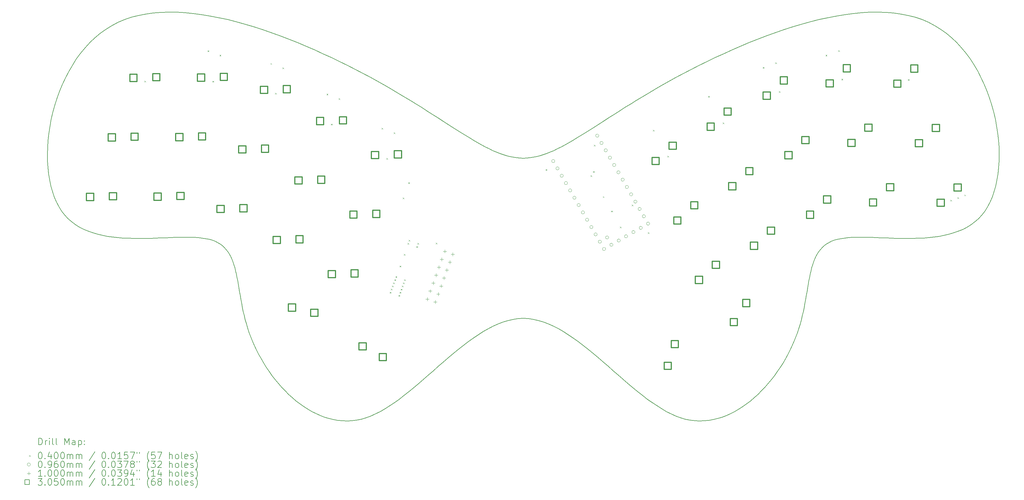
<source format=gbr>
%TF.GenerationSoftware,KiCad,Pcbnew,7.0.1-0*%
%TF.CreationDate,2023-04-15T20:22:41-04:00*%
%TF.ProjectId,fidrildi3,66696472-696c-4646-9933-2e6b69636164,rev?*%
%TF.SameCoordinates,Original*%
%TF.FileFunction,Drillmap*%
%TF.FilePolarity,Positive*%
%FSLAX45Y45*%
G04 Gerber Fmt 4.5, Leading zero omitted, Abs format (unit mm)*
G04 Created by KiCad (PCBNEW 7.0.1-0) date 2023-04-15 20:22:41*
%MOMM*%
%LPD*%
G01*
G04 APERTURE LIST*
%ADD10C,0.200000*%
%ADD11C,0.040000*%
%ADD12C,0.096000*%
%ADD13C,0.100000*%
%ADD14C,0.305000*%
G04 APERTURE END LIST*
D10*
X29171487Y-18300892D02*
X29219094Y-18170521D01*
X29261998Y-18041051D01*
X29300612Y-17912644D01*
X29335352Y-17785459D01*
X29366633Y-17659658D01*
X29394868Y-17535400D01*
X29420473Y-17412848D01*
X29443861Y-17292161D01*
X29465448Y-17173501D01*
X29485649Y-17057027D01*
X29504877Y-16942902D01*
X29523547Y-16831284D01*
X29542074Y-16722335D01*
X29560873Y-16616217D01*
X29580358Y-16513088D01*
X29600944Y-16413111D01*
X29623045Y-16316445D01*
X29647075Y-16223252D01*
X29673450Y-16133693D01*
X29702585Y-16047927D01*
X29734892Y-15966115D01*
X29770789Y-15888419D01*
X29810687Y-15814999D01*
X29855004Y-15746016D01*
X29904152Y-15681630D01*
X29958547Y-15622002D01*
X30018603Y-15567292D01*
X30084735Y-15517662D01*
X30157357Y-15473273D01*
X30236884Y-15434284D01*
X30323730Y-15400856D01*
X30418311Y-15373151D01*
X16631654Y-10634298D02*
X16415803Y-10515797D01*
X16193325Y-10396539D01*
X15964707Y-10277007D01*
X15730437Y-10157684D01*
X15491000Y-10039053D01*
X15246886Y-9921599D01*
X14998579Y-9805803D01*
X14746568Y-9692148D01*
X14491340Y-9581119D01*
X14233381Y-9473198D01*
X13973178Y-9368868D01*
X13711218Y-9268612D01*
X13447989Y-9172914D01*
X13183978Y-9082257D01*
X12919671Y-8997123D01*
X12655555Y-8917996D01*
X12392118Y-8845360D01*
X12129846Y-8779696D01*
X11869226Y-8721489D01*
X11610747Y-8671222D01*
X11354893Y-8629377D01*
X11102154Y-8596438D01*
X10853014Y-8572887D01*
X10607962Y-8559209D01*
X10367485Y-8555886D01*
X10132069Y-8563401D01*
X9902202Y-8582238D01*
X9678371Y-8612879D01*
X9461062Y-8655808D01*
X9250762Y-8711507D01*
X9047960Y-8780461D01*
X8853140Y-8863152D01*
X7158691Y-14526281D02*
X7249962Y-14644282D01*
X7349579Y-14750763D01*
X7457008Y-14846287D01*
X7571719Y-14931414D01*
X7693179Y-15006707D01*
X7820856Y-15072725D01*
X7954217Y-15130031D01*
X8092732Y-15179187D01*
X8235867Y-15220753D01*
X8383092Y-15255290D01*
X8533873Y-15283361D01*
X8687679Y-15305526D01*
X8843977Y-15322347D01*
X9002236Y-15334386D01*
X9161923Y-15342203D01*
X9322508Y-15346359D01*
X9483456Y-15347418D01*
X9644237Y-15345939D01*
X9804318Y-15342484D01*
X9963168Y-15337614D01*
X10120254Y-15331891D01*
X10275044Y-15325876D01*
X10427007Y-15320131D01*
X10575609Y-15315217D01*
X10720320Y-15311695D01*
X10860607Y-15310126D01*
X10995938Y-15311073D01*
X11125780Y-15315096D01*
X11249603Y-15322756D01*
X11366873Y-15334616D01*
X11477060Y-15351236D01*
X11579630Y-15373178D01*
X16276414Y-20729613D02*
X16418053Y-20678174D01*
X16560257Y-20615792D01*
X16703008Y-20543291D01*
X16846289Y-20461496D01*
X16990080Y-20371231D01*
X17134364Y-20273322D01*
X17279123Y-20168594D01*
X17424338Y-20057870D01*
X17569991Y-19941976D01*
X17716063Y-19821737D01*
X17862537Y-19697977D01*
X18009395Y-19571521D01*
X18156618Y-19443193D01*
X18304187Y-19313820D01*
X18452085Y-19184225D01*
X18600294Y-19055233D01*
X18748795Y-18927669D01*
X18897570Y-18802357D01*
X19046601Y-18680123D01*
X19195869Y-18561791D01*
X19345357Y-18448187D01*
X19495046Y-18340134D01*
X19644918Y-18238457D01*
X19794955Y-18143982D01*
X19945138Y-18057533D01*
X20095449Y-17979934D01*
X20245871Y-17912012D01*
X20396384Y-17854589D01*
X20546971Y-17808492D01*
X20697614Y-17774544D01*
X20848293Y-17753571D01*
X20998992Y-17746398D01*
X25366362Y-10634303D02*
X25157507Y-10751618D01*
X24955545Y-10867538D01*
X24760253Y-10981913D01*
X24571410Y-11094587D01*
X24388792Y-11205409D01*
X24212178Y-11314226D01*
X24041345Y-11420885D01*
X23876071Y-11525233D01*
X23716133Y-11627118D01*
X23561309Y-11726386D01*
X23411377Y-11822885D01*
X23266114Y-11916462D01*
X23125298Y-12006963D01*
X22988707Y-12094237D01*
X22856118Y-12178131D01*
X22727309Y-12258491D01*
X22602058Y-12335164D01*
X22480142Y-12407999D01*
X22361339Y-12476842D01*
X22245426Y-12541540D01*
X22132181Y-12601940D01*
X22021383Y-12657890D01*
X21912808Y-12709237D01*
X21806234Y-12755828D01*
X21701438Y-12797510D01*
X21598199Y-12834131D01*
X21496295Y-12865537D01*
X21395502Y-12891575D01*
X21295598Y-12912094D01*
X21196362Y-12926939D01*
X21097570Y-12935959D01*
X20999000Y-12939000D01*
X30418311Y-15373151D02*
X30520882Y-15351208D01*
X30631068Y-15334587D01*
X30748338Y-15322726D01*
X30872160Y-15315064D01*
X31002001Y-15311040D01*
X31137329Y-15310091D01*
X31277613Y-15311657D01*
X31422321Y-15315177D01*
X31570920Y-15320089D01*
X31722879Y-15325831D01*
X31877665Y-15331842D01*
X32034747Y-15337562D01*
X32193592Y-15342428D01*
X32353669Y-15345879D01*
X32514445Y-15347354D01*
X32675389Y-15346292D01*
X32835969Y-15342131D01*
X32995652Y-15334309D01*
X33153907Y-15322266D01*
X33310202Y-15305439D01*
X33464004Y-15283269D01*
X33614782Y-15255192D01*
X33762004Y-15220649D01*
X33905137Y-15179077D01*
X34043650Y-15129915D01*
X34177011Y-15072602D01*
X34304688Y-15006577D01*
X34426148Y-14931277D01*
X34540860Y-14846142D01*
X34648291Y-14750611D01*
X34747911Y-14644122D01*
X34839186Y-14526113D01*
X11579630Y-15373178D02*
X11674209Y-15400882D01*
X11761055Y-15434309D01*
X11840581Y-15473297D01*
X11913202Y-15517685D01*
X11979334Y-15567314D01*
X12039389Y-15622022D01*
X12093784Y-15681648D01*
X12142932Y-15746033D01*
X12187248Y-15815015D01*
X12227147Y-15888433D01*
X12263043Y-15966127D01*
X12295352Y-16047937D01*
X12324486Y-16133701D01*
X12350862Y-16223259D01*
X12374894Y-16316450D01*
X12396995Y-16413114D01*
X12417582Y-16513090D01*
X12437068Y-16616217D01*
X12455868Y-16722334D01*
X12474396Y-16831281D01*
X12493068Y-16942897D01*
X12512297Y-17057022D01*
X12532499Y-17173494D01*
X12554088Y-17292154D01*
X12577478Y-17412839D01*
X12603084Y-17535391D01*
X12631321Y-17659647D01*
X12662603Y-17785448D01*
X12697345Y-17912633D01*
X12735962Y-18041041D01*
X12778867Y-18170510D01*
X12826476Y-18300882D01*
X33144826Y-8863170D02*
X32950009Y-8780479D01*
X32747209Y-8711525D01*
X32536911Y-8655826D01*
X32319605Y-8612897D01*
X32095775Y-8582255D01*
X31865910Y-8563418D01*
X31630497Y-8555903D01*
X31390022Y-8559226D01*
X31144972Y-8572904D01*
X30895835Y-8596454D01*
X30643097Y-8629393D01*
X30387246Y-8671238D01*
X30128768Y-8721505D01*
X29868151Y-8779712D01*
X29605881Y-8845375D01*
X29342445Y-8918011D01*
X29078331Y-8997138D01*
X28814026Y-9082271D01*
X28550016Y-9172928D01*
X28286788Y-9268626D01*
X28024830Y-9368881D01*
X27764629Y-9473210D01*
X27506671Y-9581131D01*
X27251443Y-9692160D01*
X26999433Y-9805813D01*
X26751128Y-9921609D01*
X26507014Y-10039063D01*
X26267578Y-10157692D01*
X26033308Y-10277014D01*
X25804691Y-10396545D01*
X25582213Y-10515803D01*
X25366362Y-10634303D01*
X20998992Y-17746398D02*
X21149691Y-17753574D01*
X21300370Y-17774549D01*
X21451013Y-17808499D01*
X21601600Y-17854599D01*
X21752114Y-17912023D01*
X21902536Y-17979949D01*
X22052848Y-18057549D01*
X22203032Y-18144000D01*
X22353070Y-18238478D01*
X22502942Y-18340156D01*
X22652632Y-18448211D01*
X22802121Y-18561818D01*
X22951390Y-18680151D01*
X23100422Y-18802387D01*
X23249198Y-18927700D01*
X23397700Y-19055265D01*
X23545910Y-19184258D01*
X23693809Y-19313854D01*
X23841379Y-19443228D01*
X23988603Y-19571556D01*
X24135461Y-19698013D01*
X24281936Y-19821773D01*
X24428009Y-19942012D01*
X24573662Y-20057906D01*
X24718877Y-20168629D01*
X24863636Y-20273358D01*
X25007920Y-20371266D01*
X25151711Y-20461529D01*
X25294992Y-20543323D01*
X25437743Y-20615822D01*
X25579946Y-20678203D01*
X25721584Y-20729639D01*
X20999000Y-12939000D02*
X20900430Y-12935960D01*
X20801639Y-12926942D01*
X20702402Y-12912098D01*
X20602499Y-12891580D01*
X20501706Y-12865543D01*
X20399802Y-12834138D01*
X20296564Y-12797518D01*
X20191769Y-12755836D01*
X20085196Y-12709246D01*
X19976621Y-12657899D01*
X19865823Y-12601949D01*
X19752579Y-12541549D01*
X19636667Y-12476851D01*
X19517865Y-12408008D01*
X19395949Y-12335173D01*
X19270699Y-12258499D01*
X19141891Y-12178139D01*
X19009303Y-12094245D01*
X18872712Y-12006970D01*
X18731897Y-11916468D01*
X18586635Y-11822891D01*
X18436703Y-11726391D01*
X18281880Y-11627122D01*
X18121943Y-11525237D01*
X17956669Y-11420888D01*
X17785836Y-11314228D01*
X17609223Y-11205410D01*
X17426605Y-11094586D01*
X17237762Y-10981911D01*
X17042471Y-10867536D01*
X16840509Y-10751614D01*
X16631654Y-10634298D01*
X12826476Y-18300882D02*
X12879110Y-18431956D01*
X12936720Y-18563379D01*
X12999165Y-18694761D01*
X13066303Y-18825711D01*
X13137992Y-18955837D01*
X13214090Y-19084750D01*
X13294457Y-19212057D01*
X13378949Y-19337368D01*
X13467427Y-19460292D01*
X13559747Y-19580439D01*
X13655769Y-19697416D01*
X13755351Y-19810834D01*
X13858350Y-19920301D01*
X13964626Y-20025427D01*
X14074037Y-20125820D01*
X14186442Y-20221090D01*
X14301697Y-20310845D01*
X14419663Y-20394695D01*
X14540197Y-20472248D01*
X14663158Y-20543115D01*
X14788404Y-20606903D01*
X14915793Y-20663223D01*
X15045184Y-20711682D01*
X15176436Y-20751890D01*
X15309405Y-20783457D01*
X15443952Y-20805991D01*
X15579934Y-20819101D01*
X15717209Y-20822396D01*
X15855636Y-20815486D01*
X15995074Y-20797979D01*
X16135380Y-20769485D01*
X16276414Y-20729613D01*
X8853140Y-8863152D02*
X8666713Y-8959846D01*
X8488771Y-9069938D01*
X8319326Y-9192607D01*
X8158392Y-9327031D01*
X8005980Y-9472388D01*
X7862103Y-9627856D01*
X7726775Y-9792613D01*
X7600007Y-9965837D01*
X7481813Y-10146706D01*
X7372204Y-10334398D01*
X7271195Y-10528091D01*
X7178796Y-10726964D01*
X7095022Y-10930194D01*
X7019884Y-11136959D01*
X6953396Y-11346438D01*
X6895569Y-11557808D01*
X6846417Y-11770248D01*
X6805952Y-11982936D01*
X6774187Y-12195049D01*
X6751135Y-12405767D01*
X6736808Y-12614266D01*
X6731219Y-12819724D01*
X6734380Y-13021321D01*
X6746304Y-13218234D01*
X6767004Y-13409641D01*
X6796493Y-13594720D01*
X6834782Y-13772649D01*
X6881886Y-13942607D01*
X6937816Y-14103771D01*
X7002585Y-14255319D01*
X7076206Y-14396430D01*
X7158691Y-14526281D01*
X25721584Y-20729639D02*
X25862616Y-20769509D01*
X26002922Y-20798001D01*
X26142359Y-20815506D01*
X26280785Y-20822414D01*
X26418060Y-20819117D01*
X26554041Y-20806006D01*
X26688587Y-20783471D01*
X26821555Y-20751903D01*
X26952806Y-20711693D01*
X27082196Y-20663233D01*
X27209584Y-20606913D01*
X27334829Y-20543124D01*
X27457789Y-20472257D01*
X27578323Y-20394703D01*
X27696287Y-20310852D01*
X27811542Y-20221097D01*
X27923946Y-20125827D01*
X28033356Y-20025434D01*
X28139631Y-19920308D01*
X28242630Y-19810841D01*
X28342210Y-19697423D01*
X28438231Y-19580445D01*
X28530550Y-19460299D01*
X28619026Y-19337375D01*
X28703517Y-19212064D01*
X28783882Y-19084757D01*
X28859979Y-18955845D01*
X28931667Y-18825719D01*
X28998803Y-18694770D01*
X29061246Y-18563388D01*
X29118854Y-18431965D01*
X29171487Y-18300892D01*
X34839186Y-14526113D02*
X34921675Y-14396255D01*
X34995300Y-14255139D01*
X35060073Y-14103587D01*
X35116007Y-13942422D01*
X35163114Y-13772465D01*
X35201407Y-13594537D01*
X35230899Y-13409461D01*
X35251602Y-13218059D01*
X35263530Y-13021152D01*
X35266694Y-12819562D01*
X35261108Y-12614110D01*
X35246784Y-12405620D01*
X35223734Y-12194912D01*
X35191972Y-11982808D01*
X35151510Y-11770131D01*
X35102360Y-11557702D01*
X35044536Y-11346342D01*
X34978050Y-11136874D01*
X34902915Y-10930120D01*
X34819143Y-10726901D01*
X34726747Y-10528039D01*
X34625739Y-10334356D01*
X34516133Y-10146674D01*
X34397941Y-9965815D01*
X34271176Y-9792599D01*
X34135849Y-9627851D01*
X33991975Y-9472390D01*
X33839566Y-9327039D01*
X33678633Y-9192620D01*
X33509190Y-9069954D01*
X33331251Y-8959864D01*
X33144826Y-8863170D01*
D11*
X9638000Y-10612000D02*
X9678000Y-10652000D01*
X9678000Y-10612000D02*
X9638000Y-10652000D01*
X11533000Y-9705000D02*
X11573000Y-9745000D01*
X11573000Y-9705000D02*
X11533000Y-9745000D01*
X11681000Y-10618000D02*
X11721000Y-10658000D01*
X11721000Y-10618000D02*
X11681000Y-10658000D01*
X11895000Y-9837000D02*
X11935000Y-9877000D01*
X11935000Y-9837000D02*
X11895000Y-9877000D01*
X13418000Y-10085000D02*
X13458000Y-10125000D01*
X13458000Y-10085000D02*
X13418000Y-10125000D01*
X13558000Y-10979000D02*
X13598000Y-11019000D01*
X13598000Y-10979000D02*
X13558000Y-11019000D01*
X13780000Y-10217000D02*
X13820000Y-10257000D01*
X13820000Y-10217000D02*
X13780000Y-10257000D01*
X15102000Y-11006000D02*
X15142000Y-11046000D01*
X15142000Y-11006000D02*
X15102000Y-11046000D01*
X15232000Y-11905000D02*
X15272000Y-11945000D01*
X15272000Y-11905000D02*
X15232000Y-11945000D01*
X15465000Y-11138000D02*
X15505000Y-11178000D01*
X15505000Y-11138000D02*
X15465000Y-11178000D01*
X16751000Y-12030000D02*
X16791000Y-12070000D01*
X16791000Y-12030000D02*
X16751000Y-12070000D01*
X16892000Y-12936000D02*
X16932000Y-12976000D01*
X16932000Y-12936000D02*
X16892000Y-12976000D01*
X16996000Y-16951000D02*
X17036000Y-16991000D01*
X17036000Y-16951000D02*
X16996000Y-16991000D01*
X17031000Y-16857000D02*
X17071000Y-16897000D01*
X17071000Y-16857000D02*
X17031000Y-16897000D01*
X17065000Y-16763000D02*
X17105000Y-16803000D01*
X17105000Y-16763000D02*
X17065000Y-16803000D01*
X17099000Y-16669000D02*
X17139000Y-16709000D01*
X17139000Y-16669000D02*
X17099000Y-16709000D01*
X17113000Y-12162000D02*
X17153000Y-12202000D01*
X17153000Y-12162000D02*
X17113000Y-12202000D01*
X17134000Y-16575000D02*
X17174000Y-16615000D01*
X17174000Y-16575000D02*
X17134000Y-16615000D01*
X17168000Y-16481000D02*
X17208000Y-16521000D01*
X17208000Y-16481000D02*
X17168000Y-16521000D01*
X17255000Y-17046000D02*
X17295000Y-17086000D01*
X17295000Y-17046000D02*
X17255000Y-17086000D01*
X17290000Y-16952000D02*
X17330000Y-16992000D01*
X17330000Y-16952000D02*
X17290000Y-16992000D01*
X17293000Y-16165000D02*
X17333000Y-16205000D01*
X17333000Y-16165000D02*
X17293000Y-16205000D01*
X17324000Y-16858000D02*
X17364000Y-16898000D01*
X17364000Y-16858000D02*
X17324000Y-16898000D01*
X17358000Y-16764000D02*
X17398000Y-16804000D01*
X17398000Y-16764000D02*
X17358000Y-16804000D01*
X17383000Y-14118000D02*
X17423000Y-14158000D01*
X17423000Y-14118000D02*
X17383000Y-14158000D01*
X17393000Y-16669712D02*
X17433000Y-16709712D01*
X17433000Y-16669712D02*
X17393000Y-16709712D01*
X17420000Y-15816000D02*
X17460000Y-15856000D01*
X17460000Y-15816000D02*
X17420000Y-15856000D01*
X17427000Y-16575000D02*
X17467000Y-16615000D01*
X17467000Y-16575000D02*
X17427000Y-16615000D01*
X17529000Y-15486000D02*
X17569000Y-15526000D01*
X17569000Y-15486000D02*
X17529000Y-15526000D01*
X17549000Y-13662000D02*
X17589000Y-13702000D01*
X17589000Y-13662000D02*
X17549000Y-13702000D01*
X17563000Y-15392000D02*
X17603000Y-15432000D01*
X17603000Y-15392000D02*
X17563000Y-15432000D01*
X17789000Y-15580000D02*
X17829000Y-15620000D01*
X17829000Y-15580000D02*
X17789000Y-15620000D01*
X17823000Y-15486000D02*
X17863000Y-15526000D01*
X17863000Y-15486000D02*
X17823000Y-15526000D01*
X18373073Y-15472000D02*
X18413073Y-15512000D01*
X18413073Y-15472000D02*
X18373073Y-15512000D01*
X21671000Y-13268000D02*
X21711000Y-13308000D01*
X21711000Y-13268000D02*
X21671000Y-13308000D01*
X23015000Y-13449000D02*
X23055000Y-13489000D01*
X23055000Y-13449000D02*
X23015000Y-13489000D01*
X23089975Y-13328975D02*
X23129975Y-13368975D01*
X23129975Y-13328975D02*
X23089975Y-13368975D01*
X23116154Y-12539000D02*
X23156154Y-12579000D01*
X23156154Y-12539000D02*
X23116154Y-12579000D01*
X23384000Y-14082000D02*
X23424000Y-14122000D01*
X23424000Y-14082000D02*
X23384000Y-14122000D01*
X23631000Y-14513000D02*
X23671000Y-14553000D01*
X23671000Y-14513000D02*
X23631000Y-14553000D01*
X23893000Y-14989000D02*
X23933000Y-15029000D01*
X23933000Y-14989000D02*
X23893000Y-15029000D01*
X24254000Y-14334000D02*
X24294000Y-14374000D01*
X24294000Y-14334000D02*
X24254000Y-14374000D01*
X24734622Y-15159378D02*
X24774622Y-15199378D01*
X24774622Y-15159378D02*
X24734622Y-15199378D01*
X24884000Y-12090000D02*
X24924000Y-12130000D01*
X24924000Y-12090000D02*
X24884000Y-12130000D01*
X25316000Y-12869000D02*
X25356000Y-12909000D01*
X25356000Y-12869000D02*
X25316000Y-12909000D01*
X26542000Y-11071000D02*
X26582000Y-11111000D01*
X26582000Y-11071000D02*
X26542000Y-11111000D01*
X26976000Y-11867000D02*
X27016000Y-11907000D01*
X27016000Y-11867000D02*
X26976000Y-11907000D01*
X28176906Y-10204094D02*
X28216906Y-10244094D01*
X28216906Y-10204094D02*
X28176906Y-10244094D01*
X28552000Y-10067000D02*
X28592000Y-10107000D01*
X28592000Y-10067000D02*
X28552000Y-10107000D01*
X28660000Y-10927000D02*
X28700000Y-10967000D01*
X28700000Y-10927000D02*
X28660000Y-10967000D01*
X30064000Y-9837000D02*
X30104000Y-9877000D01*
X30104000Y-9837000D02*
X30064000Y-9877000D01*
X30441000Y-9699000D02*
X30481000Y-9739000D01*
X30481000Y-9699000D02*
X30441000Y-9739000D01*
X30538000Y-10557000D02*
X30578000Y-10597000D01*
X30578000Y-10557000D02*
X30538000Y-10597000D01*
X32533000Y-10568000D02*
X32573000Y-10608000D01*
X32573000Y-10568000D02*
X32533000Y-10608000D01*
X33803000Y-14185000D02*
X33843000Y-14225000D01*
X33843000Y-14185000D02*
X33803000Y-14225000D01*
X34013000Y-14110000D02*
X34053000Y-14150000D01*
X34053000Y-14110000D02*
X34013000Y-14150000D01*
X34221000Y-14032000D02*
X34261000Y-14072000D01*
X34261000Y-14032000D02*
X34221000Y-14072000D01*
D12*
X21944089Y-13024177D02*
G75*
G03*
X21944089Y-13024177I-48000J0D01*
G01*
X22071089Y-13244148D02*
G75*
G03*
X22071089Y-13244148I-48000J0D01*
G01*
X22198089Y-13464118D02*
G75*
G03*
X22198089Y-13464118I-48000J0D01*
G01*
X22325089Y-13684089D02*
G75*
G03*
X22325089Y-13684089I-48000J0D01*
G01*
X22452089Y-13904059D02*
G75*
G03*
X22452089Y-13904059I-48000J0D01*
G01*
X22579089Y-14124029D02*
G75*
G03*
X22579089Y-14124029I-48000J0D01*
G01*
X22706089Y-14344000D02*
G75*
G03*
X22706089Y-14344000I-48000J0D01*
G01*
X22833089Y-14563970D02*
G75*
G03*
X22833089Y-14563970I-48000J0D01*
G01*
X22960089Y-14783941D02*
G75*
G03*
X22960089Y-14783941I-48000J0D01*
G01*
X23087089Y-15003911D02*
G75*
G03*
X23087089Y-15003911I-48000J0D01*
G01*
X23214089Y-15223882D02*
G75*
G03*
X23214089Y-15223882I-48000J0D01*
G01*
X23263911Y-12262177D02*
G75*
G03*
X23263911Y-12262177I-48000J0D01*
G01*
X23341089Y-15443852D02*
G75*
G03*
X23341089Y-15443852I-48000J0D01*
G01*
X23390911Y-12482148D02*
G75*
G03*
X23390911Y-12482148I-48000J0D01*
G01*
X23468089Y-15663823D02*
G75*
G03*
X23468089Y-15663823I-48000J0D01*
G01*
X23517911Y-12702118D02*
G75*
G03*
X23517911Y-12702118I-48000J0D01*
G01*
X23561059Y-15316852D02*
G75*
G03*
X23561059Y-15316852I-48000J0D01*
G01*
X23644911Y-12922089D02*
G75*
G03*
X23644911Y-12922089I-48000J0D01*
G01*
X23688059Y-15536823D02*
G75*
G03*
X23688059Y-15536823I-48000J0D01*
G01*
X23771911Y-13142059D02*
G75*
G03*
X23771911Y-13142059I-48000J0D01*
G01*
X23898911Y-13362029D02*
G75*
G03*
X23898911Y-13362029I-48000J0D01*
G01*
X23908029Y-15409823D02*
G75*
G03*
X23908029Y-15409823I-48000J0D01*
G01*
X24025911Y-13582000D02*
G75*
G03*
X24025911Y-13582000I-48000J0D01*
G01*
X24128000Y-15282823D02*
G75*
G03*
X24128000Y-15282823I-48000J0D01*
G01*
X24152911Y-13801970D02*
G75*
G03*
X24152911Y-13801970I-48000J0D01*
G01*
X24279911Y-14021941D02*
G75*
G03*
X24279911Y-14021941I-48000J0D01*
G01*
X24347970Y-15155823D02*
G75*
G03*
X24347970Y-15155823I-48000J0D01*
G01*
X24406911Y-14241911D02*
G75*
G03*
X24406911Y-14241911I-48000J0D01*
G01*
X24533911Y-14461882D02*
G75*
G03*
X24533911Y-14461882I-48000J0D01*
G01*
X24567941Y-15028823D02*
G75*
G03*
X24567941Y-15028823I-48000J0D01*
G01*
X24660911Y-14681852D02*
G75*
G03*
X24660911Y-14681852I-48000J0D01*
G01*
X24787911Y-14901823D02*
G75*
G03*
X24787911Y-14901823I-48000J0D01*
G01*
D13*
X18120741Y-17113968D02*
X18120741Y-17213968D01*
X18070741Y-17163968D02*
X18170741Y-17163968D01*
X18207614Y-16875286D02*
X18207614Y-16975286D01*
X18157614Y-16925286D02*
X18257614Y-16925286D01*
X18294487Y-16636604D02*
X18294487Y-16736604D01*
X18244487Y-16686604D02*
X18344487Y-16686604D01*
X18359423Y-17200842D02*
X18359423Y-17300842D01*
X18309423Y-17250842D02*
X18409423Y-17250842D01*
X18381360Y-16397923D02*
X18381360Y-16497923D01*
X18331360Y-16447923D02*
X18431360Y-16447923D01*
X18446296Y-16962160D02*
X18446296Y-17062160D01*
X18396296Y-17012160D02*
X18496296Y-17012160D01*
X18468233Y-16159241D02*
X18468233Y-16259241D01*
X18418233Y-16209241D02*
X18518233Y-16209241D01*
X18533169Y-16723478D02*
X18533169Y-16823478D01*
X18483169Y-16773478D02*
X18583169Y-16773478D01*
X18555107Y-15920559D02*
X18555107Y-16020559D01*
X18505107Y-15970559D02*
X18605107Y-15970559D01*
X18620042Y-16484796D02*
X18620042Y-16584796D01*
X18570042Y-16534796D02*
X18670042Y-16534796D01*
X18641980Y-15681877D02*
X18641980Y-15781877D01*
X18591980Y-15731877D02*
X18691980Y-15731877D01*
X18706915Y-16246114D02*
X18706915Y-16346114D01*
X18656915Y-16296114D02*
X18756915Y-16296114D01*
X18793788Y-16007432D02*
X18793788Y-16107432D01*
X18743788Y-16057432D02*
X18843788Y-16057432D01*
X18880662Y-15768750D02*
X18880662Y-15868750D01*
X18830662Y-15818750D02*
X18930662Y-15818750D01*
D14*
X8120043Y-14209579D02*
X8120043Y-13993910D01*
X7904373Y-13993910D01*
X7904373Y-14209579D01*
X8120043Y-14209579D01*
X8769043Y-12423579D02*
X8769043Y-12207910D01*
X8553373Y-12207910D01*
X8553373Y-12423579D01*
X8769043Y-12423579D01*
X8803621Y-14188080D02*
X8803621Y-13972411D01*
X8587951Y-13972411D01*
X8587951Y-14188080D01*
X8803621Y-14188080D01*
X9419043Y-10638579D02*
X9419043Y-10422910D01*
X9203373Y-10422910D01*
X9203373Y-10638579D01*
X9419043Y-10638579D01*
X9452621Y-12402080D02*
X9452621Y-12186411D01*
X9236951Y-12186411D01*
X9236951Y-12402080D01*
X9452621Y-12402080D01*
X10102621Y-10617080D02*
X10102621Y-10401411D01*
X9886951Y-10401411D01*
X9886951Y-10617080D01*
X10102621Y-10617080D01*
X10143407Y-14201325D02*
X10143407Y-13985656D01*
X9927737Y-13985656D01*
X9927737Y-14201325D01*
X10143407Y-14201325D01*
X10793771Y-12415072D02*
X10793771Y-12199402D01*
X10578101Y-12199402D01*
X10578101Y-12415072D01*
X10793771Y-12415072D01*
X10826985Y-14179826D02*
X10826985Y-13964157D01*
X10611315Y-13964157D01*
X10611315Y-14179826D01*
X10826985Y-14179826D01*
X11444407Y-10629326D02*
X11444407Y-10413656D01*
X11228737Y-10413656D01*
X11228737Y-10629326D01*
X11444407Y-10629326D01*
X11477348Y-12393573D02*
X11477348Y-12177903D01*
X11261679Y-12177903D01*
X11261679Y-12393573D01*
X11477348Y-12393573D01*
X12032043Y-14568579D02*
X12032043Y-14352910D01*
X11816373Y-14352910D01*
X11816373Y-14568579D01*
X12032043Y-14568579D01*
X12127985Y-10607826D02*
X12127985Y-10392157D01*
X11912315Y-10392157D01*
X11912315Y-10607826D01*
X12127985Y-10607826D01*
X12681770Y-12784072D02*
X12681770Y-12568402D01*
X12466101Y-12568402D01*
X12466101Y-12784072D01*
X12681770Y-12784072D01*
X12715621Y-14547080D02*
X12715621Y-14331411D01*
X12499951Y-14331411D01*
X12499951Y-14547080D01*
X12715621Y-14547080D01*
X13332043Y-10998579D02*
X13332043Y-10782910D01*
X13116373Y-10782910D01*
X13116373Y-10998579D01*
X13332043Y-10998579D01*
X13365348Y-12762573D02*
X13365348Y-12546903D01*
X13149679Y-12546903D01*
X13149679Y-12762573D01*
X13365348Y-12762573D01*
X13715043Y-15500579D02*
X13715043Y-15284910D01*
X13499373Y-15284910D01*
X13499373Y-15500579D01*
X13715043Y-15500579D01*
X14015621Y-10977080D02*
X14015621Y-10761411D01*
X13799951Y-10761411D01*
X13799951Y-10977080D01*
X14015621Y-10977080D01*
X14173426Y-17528238D02*
X14173426Y-17312568D01*
X13957757Y-17312568D01*
X13957757Y-17528238D01*
X14173426Y-17528238D01*
X14365043Y-13715072D02*
X14365043Y-13499402D01*
X14149373Y-13499402D01*
X14149373Y-13715072D01*
X14365043Y-13715072D01*
X14398621Y-15479080D02*
X14398621Y-15263411D01*
X14182951Y-15263411D01*
X14182951Y-15479080D01*
X14398621Y-15479080D01*
X14839276Y-17684394D02*
X14839276Y-17468724D01*
X14623607Y-17468724D01*
X14623607Y-17684394D01*
X14839276Y-17684394D01*
X15015043Y-11930579D02*
X15015043Y-11714910D01*
X14799373Y-11714910D01*
X14799373Y-11930579D01*
X15015043Y-11930579D01*
X15048621Y-13693573D02*
X15048621Y-13477903D01*
X14832951Y-13477903D01*
X14832951Y-13693573D01*
X15048621Y-13693573D01*
X15364407Y-16526325D02*
X15364407Y-16310656D01*
X15148737Y-16310656D01*
X15148737Y-16526325D01*
X15364407Y-16526325D01*
X15698621Y-11909080D02*
X15698621Y-11693411D01*
X15482951Y-11693411D01*
X15482951Y-11909080D01*
X15698621Y-11909080D01*
X16013770Y-14741072D02*
X16013770Y-14525402D01*
X15798101Y-14525402D01*
X15798101Y-14741072D01*
X16013770Y-14741072D01*
X16047985Y-16504826D02*
X16047985Y-16289157D01*
X15832315Y-16289157D01*
X15832315Y-16504826D01*
X16047985Y-16504826D01*
X16290508Y-18692704D02*
X16290508Y-18477034D01*
X16074838Y-18477034D01*
X16074838Y-18692704D01*
X16290508Y-18692704D01*
X16663407Y-12954325D02*
X16663407Y-12738656D01*
X16447737Y-12738656D01*
X16447737Y-12954325D01*
X16663407Y-12954325D01*
X16697348Y-14719573D02*
X16697348Y-14503903D01*
X16481679Y-14503903D01*
X16481679Y-14719573D01*
X16697348Y-14719573D01*
X16893253Y-19015874D02*
X16893253Y-18800204D01*
X16677584Y-18800204D01*
X16677584Y-19015874D01*
X16893253Y-19015874D01*
X17346985Y-12932826D02*
X17346985Y-12717157D01*
X17131315Y-12717157D01*
X17131315Y-12932826D01*
X17346985Y-12932826D01*
X25074899Y-13128326D02*
X25074899Y-12912656D01*
X24859229Y-12912656D01*
X24859229Y-13128326D01*
X25074899Y-13128326D01*
X25435357Y-19276430D02*
X25435357Y-19060760D01*
X25219688Y-19060760D01*
X25219688Y-19276430D01*
X25435357Y-19276430D01*
X25584731Y-12672461D02*
X25584731Y-12456791D01*
X25369061Y-12456791D01*
X25369061Y-12672461D01*
X25584731Y-12672461D01*
X25648952Y-18626723D02*
X25648952Y-18411054D01*
X25433283Y-18411054D01*
X25433283Y-18626723D01*
X25648952Y-18626723D01*
X25724535Y-14914818D02*
X25724535Y-14699148D01*
X25508866Y-14699148D01*
X25508866Y-14914818D01*
X25724535Y-14914818D01*
X26234367Y-14458953D02*
X26234367Y-14243284D01*
X26018697Y-14243284D01*
X26018697Y-14458953D01*
X26234367Y-14458953D01*
X26372535Y-16700818D02*
X26372535Y-16485148D01*
X26156866Y-16485148D01*
X26156866Y-16700818D01*
X26372535Y-16700818D01*
X26723899Y-12103072D02*
X26723899Y-11887402D01*
X26508229Y-11887402D01*
X26508229Y-12103072D01*
X26723899Y-12103072D01*
X26882367Y-16244953D02*
X26882367Y-16029284D01*
X26666697Y-16029284D01*
X26666697Y-16244953D01*
X26882367Y-16244953D01*
X27233731Y-11647207D02*
X27233731Y-11431537D01*
X27018061Y-11431537D01*
X27018061Y-11647207D01*
X27233731Y-11647207D01*
X27373535Y-13888818D02*
X27373535Y-13673148D01*
X27157866Y-13673148D01*
X27157866Y-13888818D01*
X27373535Y-13888818D01*
X27418049Y-17965303D02*
X27418049Y-17749633D01*
X27202380Y-17749633D01*
X27202380Y-17965303D01*
X27418049Y-17965303D01*
X27792523Y-17393017D02*
X27792523Y-17177348D01*
X27576853Y-17177348D01*
X27576853Y-17393017D01*
X27792523Y-17393017D01*
X27883367Y-13432953D02*
X27883367Y-13217284D01*
X27667697Y-13217284D01*
X27667697Y-13432953D01*
X27883367Y-13432953D01*
X28023263Y-15675326D02*
X28023263Y-15459656D01*
X27807593Y-15459656D01*
X27807593Y-15675326D01*
X28023263Y-15675326D01*
X28406263Y-11170326D02*
X28406263Y-10954656D01*
X28190593Y-10954656D01*
X28190593Y-11170326D01*
X28406263Y-11170326D01*
X28533095Y-15219461D02*
X28533095Y-15003791D01*
X28317425Y-15003791D01*
X28317425Y-15219461D01*
X28533095Y-15219461D01*
X28916095Y-10714461D02*
X28916095Y-10498791D01*
X28700425Y-10498791D01*
X28700425Y-10714461D01*
X28916095Y-10714461D01*
X29055263Y-12957326D02*
X29055263Y-12741656D01*
X28839593Y-12741656D01*
X28839593Y-12957326D01*
X29055263Y-12957326D01*
X29565095Y-12501461D02*
X29565095Y-12285791D01*
X29349425Y-12285791D01*
X29349425Y-12501461D01*
X29565095Y-12501461D01*
X29705263Y-14742326D02*
X29705263Y-14526656D01*
X29489593Y-14526656D01*
X29489593Y-14742326D01*
X29705263Y-14742326D01*
X30215095Y-14286461D02*
X30215095Y-14070791D01*
X29999425Y-14070791D01*
X29999425Y-14286461D01*
X30215095Y-14286461D01*
X30294263Y-10803326D02*
X30294263Y-10587656D01*
X30078593Y-10587656D01*
X30078593Y-10803326D01*
X30294263Y-10803326D01*
X30804095Y-10347461D02*
X30804095Y-10131791D01*
X30588425Y-10131791D01*
X30588425Y-10347461D01*
X30804095Y-10347461D01*
X30944263Y-12588326D02*
X30944263Y-12372656D01*
X30728593Y-12372656D01*
X30728593Y-12588326D01*
X30944263Y-12588326D01*
X31454095Y-12132461D02*
X31454095Y-11916791D01*
X31238425Y-11916791D01*
X31238425Y-12132461D01*
X31454095Y-12132461D01*
X31592899Y-14374072D02*
X31592899Y-14158402D01*
X31377229Y-14158402D01*
X31377229Y-14374072D01*
X31592899Y-14374072D01*
X32102731Y-13918207D02*
X32102731Y-13702537D01*
X31887061Y-13702537D01*
X31887061Y-13918207D01*
X32102731Y-13918207D01*
X32319263Y-10811326D02*
X32319263Y-10595656D01*
X32103593Y-10595656D01*
X32103593Y-10811326D01*
X32319263Y-10811326D01*
X32829095Y-10355461D02*
X32829095Y-10139791D01*
X32613425Y-10139791D01*
X32613425Y-10355461D01*
X32829095Y-10355461D01*
X32968263Y-12597326D02*
X32968263Y-12381656D01*
X32752593Y-12381656D01*
X32752593Y-12597326D01*
X32968263Y-12597326D01*
X33478095Y-12141461D02*
X33478095Y-11925791D01*
X33262425Y-11925791D01*
X33262425Y-12141461D01*
X33478095Y-12141461D01*
X33619263Y-14382326D02*
X33619263Y-14166656D01*
X33403593Y-14166656D01*
X33403593Y-14382326D01*
X33619263Y-14382326D01*
X34129095Y-13926461D02*
X34129095Y-13710791D01*
X33913425Y-13710791D01*
X33913425Y-13926461D01*
X34129095Y-13926461D01*
D10*
X6469147Y-21539519D02*
X6469147Y-21339519D01*
X6469147Y-21339519D02*
X6516766Y-21339519D01*
X6516766Y-21339519D02*
X6545338Y-21349043D01*
X6545338Y-21349043D02*
X6564385Y-21368090D01*
X6564385Y-21368090D02*
X6573909Y-21387138D01*
X6573909Y-21387138D02*
X6583433Y-21425233D01*
X6583433Y-21425233D02*
X6583433Y-21453805D01*
X6583433Y-21453805D02*
X6573909Y-21491900D01*
X6573909Y-21491900D02*
X6564385Y-21510947D01*
X6564385Y-21510947D02*
X6545338Y-21529995D01*
X6545338Y-21529995D02*
X6516766Y-21539519D01*
X6516766Y-21539519D02*
X6469147Y-21539519D01*
X6669147Y-21539519D02*
X6669147Y-21406185D01*
X6669147Y-21444281D02*
X6678671Y-21425233D01*
X6678671Y-21425233D02*
X6688195Y-21415709D01*
X6688195Y-21415709D02*
X6707242Y-21406185D01*
X6707242Y-21406185D02*
X6726290Y-21406185D01*
X6792957Y-21539519D02*
X6792957Y-21406185D01*
X6792957Y-21339519D02*
X6783433Y-21349043D01*
X6783433Y-21349043D02*
X6792957Y-21358566D01*
X6792957Y-21358566D02*
X6802481Y-21349043D01*
X6802481Y-21349043D02*
X6792957Y-21339519D01*
X6792957Y-21339519D02*
X6792957Y-21358566D01*
X6916766Y-21539519D02*
X6897719Y-21529995D01*
X6897719Y-21529995D02*
X6888195Y-21510947D01*
X6888195Y-21510947D02*
X6888195Y-21339519D01*
X7021528Y-21539519D02*
X7002481Y-21529995D01*
X7002481Y-21529995D02*
X6992957Y-21510947D01*
X6992957Y-21510947D02*
X6992957Y-21339519D01*
X7250100Y-21539519D02*
X7250100Y-21339519D01*
X7250100Y-21339519D02*
X7316766Y-21482376D01*
X7316766Y-21482376D02*
X7383433Y-21339519D01*
X7383433Y-21339519D02*
X7383433Y-21539519D01*
X7564385Y-21539519D02*
X7564385Y-21434757D01*
X7564385Y-21434757D02*
X7554862Y-21415709D01*
X7554862Y-21415709D02*
X7535814Y-21406185D01*
X7535814Y-21406185D02*
X7497719Y-21406185D01*
X7497719Y-21406185D02*
X7478671Y-21415709D01*
X7564385Y-21529995D02*
X7545338Y-21539519D01*
X7545338Y-21539519D02*
X7497719Y-21539519D01*
X7497719Y-21539519D02*
X7478671Y-21529995D01*
X7478671Y-21529995D02*
X7469147Y-21510947D01*
X7469147Y-21510947D02*
X7469147Y-21491900D01*
X7469147Y-21491900D02*
X7478671Y-21472852D01*
X7478671Y-21472852D02*
X7497719Y-21463328D01*
X7497719Y-21463328D02*
X7545338Y-21463328D01*
X7545338Y-21463328D02*
X7564385Y-21453805D01*
X7659623Y-21406185D02*
X7659623Y-21606185D01*
X7659623Y-21415709D02*
X7678671Y-21406185D01*
X7678671Y-21406185D02*
X7716766Y-21406185D01*
X7716766Y-21406185D02*
X7735814Y-21415709D01*
X7735814Y-21415709D02*
X7745338Y-21425233D01*
X7745338Y-21425233D02*
X7754862Y-21444281D01*
X7754862Y-21444281D02*
X7754862Y-21501424D01*
X7754862Y-21501424D02*
X7745338Y-21520471D01*
X7745338Y-21520471D02*
X7735814Y-21529995D01*
X7735814Y-21529995D02*
X7716766Y-21539519D01*
X7716766Y-21539519D02*
X7678671Y-21539519D01*
X7678671Y-21539519D02*
X7659623Y-21529995D01*
X7840576Y-21520471D02*
X7850100Y-21529995D01*
X7850100Y-21529995D02*
X7840576Y-21539519D01*
X7840576Y-21539519D02*
X7831052Y-21529995D01*
X7831052Y-21529995D02*
X7840576Y-21520471D01*
X7840576Y-21520471D02*
X7840576Y-21539519D01*
X7840576Y-21415709D02*
X7850100Y-21425233D01*
X7850100Y-21425233D02*
X7840576Y-21434757D01*
X7840576Y-21434757D02*
X7831052Y-21425233D01*
X7831052Y-21425233D02*
X7840576Y-21415709D01*
X7840576Y-21415709D02*
X7840576Y-21434757D01*
D11*
X6181528Y-21846995D02*
X6221528Y-21886995D01*
X6221528Y-21846995D02*
X6181528Y-21886995D01*
D10*
X6507242Y-21759519D02*
X6526290Y-21759519D01*
X6526290Y-21759519D02*
X6545338Y-21769043D01*
X6545338Y-21769043D02*
X6554862Y-21778566D01*
X6554862Y-21778566D02*
X6564385Y-21797614D01*
X6564385Y-21797614D02*
X6573909Y-21835709D01*
X6573909Y-21835709D02*
X6573909Y-21883328D01*
X6573909Y-21883328D02*
X6564385Y-21921424D01*
X6564385Y-21921424D02*
X6554862Y-21940471D01*
X6554862Y-21940471D02*
X6545338Y-21949995D01*
X6545338Y-21949995D02*
X6526290Y-21959519D01*
X6526290Y-21959519D02*
X6507242Y-21959519D01*
X6507242Y-21959519D02*
X6488195Y-21949995D01*
X6488195Y-21949995D02*
X6478671Y-21940471D01*
X6478671Y-21940471D02*
X6469147Y-21921424D01*
X6469147Y-21921424D02*
X6459623Y-21883328D01*
X6459623Y-21883328D02*
X6459623Y-21835709D01*
X6459623Y-21835709D02*
X6469147Y-21797614D01*
X6469147Y-21797614D02*
X6478671Y-21778566D01*
X6478671Y-21778566D02*
X6488195Y-21769043D01*
X6488195Y-21769043D02*
X6507242Y-21759519D01*
X6659623Y-21940471D02*
X6669147Y-21949995D01*
X6669147Y-21949995D02*
X6659623Y-21959519D01*
X6659623Y-21959519D02*
X6650100Y-21949995D01*
X6650100Y-21949995D02*
X6659623Y-21940471D01*
X6659623Y-21940471D02*
X6659623Y-21959519D01*
X6840576Y-21826185D02*
X6840576Y-21959519D01*
X6792957Y-21749995D02*
X6745338Y-21892852D01*
X6745338Y-21892852D02*
X6869147Y-21892852D01*
X6983433Y-21759519D02*
X7002481Y-21759519D01*
X7002481Y-21759519D02*
X7021528Y-21769043D01*
X7021528Y-21769043D02*
X7031052Y-21778566D01*
X7031052Y-21778566D02*
X7040576Y-21797614D01*
X7040576Y-21797614D02*
X7050100Y-21835709D01*
X7050100Y-21835709D02*
X7050100Y-21883328D01*
X7050100Y-21883328D02*
X7040576Y-21921424D01*
X7040576Y-21921424D02*
X7031052Y-21940471D01*
X7031052Y-21940471D02*
X7021528Y-21949995D01*
X7021528Y-21949995D02*
X7002481Y-21959519D01*
X7002481Y-21959519D02*
X6983433Y-21959519D01*
X6983433Y-21959519D02*
X6964385Y-21949995D01*
X6964385Y-21949995D02*
X6954862Y-21940471D01*
X6954862Y-21940471D02*
X6945338Y-21921424D01*
X6945338Y-21921424D02*
X6935814Y-21883328D01*
X6935814Y-21883328D02*
X6935814Y-21835709D01*
X6935814Y-21835709D02*
X6945338Y-21797614D01*
X6945338Y-21797614D02*
X6954862Y-21778566D01*
X6954862Y-21778566D02*
X6964385Y-21769043D01*
X6964385Y-21769043D02*
X6983433Y-21759519D01*
X7173909Y-21759519D02*
X7192957Y-21759519D01*
X7192957Y-21759519D02*
X7212004Y-21769043D01*
X7212004Y-21769043D02*
X7221528Y-21778566D01*
X7221528Y-21778566D02*
X7231052Y-21797614D01*
X7231052Y-21797614D02*
X7240576Y-21835709D01*
X7240576Y-21835709D02*
X7240576Y-21883328D01*
X7240576Y-21883328D02*
X7231052Y-21921424D01*
X7231052Y-21921424D02*
X7221528Y-21940471D01*
X7221528Y-21940471D02*
X7212004Y-21949995D01*
X7212004Y-21949995D02*
X7192957Y-21959519D01*
X7192957Y-21959519D02*
X7173909Y-21959519D01*
X7173909Y-21959519D02*
X7154862Y-21949995D01*
X7154862Y-21949995D02*
X7145338Y-21940471D01*
X7145338Y-21940471D02*
X7135814Y-21921424D01*
X7135814Y-21921424D02*
X7126290Y-21883328D01*
X7126290Y-21883328D02*
X7126290Y-21835709D01*
X7126290Y-21835709D02*
X7135814Y-21797614D01*
X7135814Y-21797614D02*
X7145338Y-21778566D01*
X7145338Y-21778566D02*
X7154862Y-21769043D01*
X7154862Y-21769043D02*
X7173909Y-21759519D01*
X7326290Y-21959519D02*
X7326290Y-21826185D01*
X7326290Y-21845233D02*
X7335814Y-21835709D01*
X7335814Y-21835709D02*
X7354862Y-21826185D01*
X7354862Y-21826185D02*
X7383433Y-21826185D01*
X7383433Y-21826185D02*
X7402481Y-21835709D01*
X7402481Y-21835709D02*
X7412004Y-21854757D01*
X7412004Y-21854757D02*
X7412004Y-21959519D01*
X7412004Y-21854757D02*
X7421528Y-21835709D01*
X7421528Y-21835709D02*
X7440576Y-21826185D01*
X7440576Y-21826185D02*
X7469147Y-21826185D01*
X7469147Y-21826185D02*
X7488195Y-21835709D01*
X7488195Y-21835709D02*
X7497719Y-21854757D01*
X7497719Y-21854757D02*
X7497719Y-21959519D01*
X7592957Y-21959519D02*
X7592957Y-21826185D01*
X7592957Y-21845233D02*
X7602481Y-21835709D01*
X7602481Y-21835709D02*
X7621528Y-21826185D01*
X7621528Y-21826185D02*
X7650100Y-21826185D01*
X7650100Y-21826185D02*
X7669147Y-21835709D01*
X7669147Y-21835709D02*
X7678671Y-21854757D01*
X7678671Y-21854757D02*
X7678671Y-21959519D01*
X7678671Y-21854757D02*
X7688195Y-21835709D01*
X7688195Y-21835709D02*
X7707243Y-21826185D01*
X7707243Y-21826185D02*
X7735814Y-21826185D01*
X7735814Y-21826185D02*
X7754862Y-21835709D01*
X7754862Y-21835709D02*
X7764385Y-21854757D01*
X7764385Y-21854757D02*
X7764385Y-21959519D01*
X8154862Y-21749995D02*
X7983433Y-22007138D01*
X8412005Y-21759519D02*
X8431052Y-21759519D01*
X8431052Y-21759519D02*
X8450100Y-21769043D01*
X8450100Y-21769043D02*
X8459624Y-21778566D01*
X8459624Y-21778566D02*
X8469148Y-21797614D01*
X8469148Y-21797614D02*
X8478671Y-21835709D01*
X8478671Y-21835709D02*
X8478671Y-21883328D01*
X8478671Y-21883328D02*
X8469148Y-21921424D01*
X8469148Y-21921424D02*
X8459624Y-21940471D01*
X8459624Y-21940471D02*
X8450100Y-21949995D01*
X8450100Y-21949995D02*
X8431052Y-21959519D01*
X8431052Y-21959519D02*
X8412005Y-21959519D01*
X8412005Y-21959519D02*
X8392957Y-21949995D01*
X8392957Y-21949995D02*
X8383433Y-21940471D01*
X8383433Y-21940471D02*
X8373909Y-21921424D01*
X8373909Y-21921424D02*
X8364386Y-21883328D01*
X8364386Y-21883328D02*
X8364386Y-21835709D01*
X8364386Y-21835709D02*
X8373909Y-21797614D01*
X8373909Y-21797614D02*
X8383433Y-21778566D01*
X8383433Y-21778566D02*
X8392957Y-21769043D01*
X8392957Y-21769043D02*
X8412005Y-21759519D01*
X8564386Y-21940471D02*
X8573909Y-21949995D01*
X8573909Y-21949995D02*
X8564386Y-21959519D01*
X8564386Y-21959519D02*
X8554862Y-21949995D01*
X8554862Y-21949995D02*
X8564386Y-21940471D01*
X8564386Y-21940471D02*
X8564386Y-21959519D01*
X8697719Y-21759519D02*
X8716767Y-21759519D01*
X8716767Y-21759519D02*
X8735814Y-21769043D01*
X8735814Y-21769043D02*
X8745338Y-21778566D01*
X8745338Y-21778566D02*
X8754862Y-21797614D01*
X8754862Y-21797614D02*
X8764386Y-21835709D01*
X8764386Y-21835709D02*
X8764386Y-21883328D01*
X8764386Y-21883328D02*
X8754862Y-21921424D01*
X8754862Y-21921424D02*
X8745338Y-21940471D01*
X8745338Y-21940471D02*
X8735814Y-21949995D01*
X8735814Y-21949995D02*
X8716767Y-21959519D01*
X8716767Y-21959519D02*
X8697719Y-21959519D01*
X8697719Y-21959519D02*
X8678671Y-21949995D01*
X8678671Y-21949995D02*
X8669148Y-21940471D01*
X8669148Y-21940471D02*
X8659624Y-21921424D01*
X8659624Y-21921424D02*
X8650100Y-21883328D01*
X8650100Y-21883328D02*
X8650100Y-21835709D01*
X8650100Y-21835709D02*
X8659624Y-21797614D01*
X8659624Y-21797614D02*
X8669148Y-21778566D01*
X8669148Y-21778566D02*
X8678671Y-21769043D01*
X8678671Y-21769043D02*
X8697719Y-21759519D01*
X8954862Y-21959519D02*
X8840576Y-21959519D01*
X8897719Y-21959519D02*
X8897719Y-21759519D01*
X8897719Y-21759519D02*
X8878671Y-21788090D01*
X8878671Y-21788090D02*
X8859624Y-21807138D01*
X8859624Y-21807138D02*
X8840576Y-21816662D01*
X9135814Y-21759519D02*
X9040576Y-21759519D01*
X9040576Y-21759519D02*
X9031052Y-21854757D01*
X9031052Y-21854757D02*
X9040576Y-21845233D01*
X9040576Y-21845233D02*
X9059624Y-21835709D01*
X9059624Y-21835709D02*
X9107243Y-21835709D01*
X9107243Y-21835709D02*
X9126290Y-21845233D01*
X9126290Y-21845233D02*
X9135814Y-21854757D01*
X9135814Y-21854757D02*
X9145338Y-21873805D01*
X9145338Y-21873805D02*
X9145338Y-21921424D01*
X9145338Y-21921424D02*
X9135814Y-21940471D01*
X9135814Y-21940471D02*
X9126290Y-21949995D01*
X9126290Y-21949995D02*
X9107243Y-21959519D01*
X9107243Y-21959519D02*
X9059624Y-21959519D01*
X9059624Y-21959519D02*
X9040576Y-21949995D01*
X9040576Y-21949995D02*
X9031052Y-21940471D01*
X9212005Y-21759519D02*
X9345338Y-21759519D01*
X9345338Y-21759519D02*
X9259624Y-21959519D01*
X9412005Y-21759519D02*
X9412005Y-21797614D01*
X9488195Y-21759519D02*
X9488195Y-21797614D01*
X9783433Y-22035709D02*
X9773910Y-22026185D01*
X9773910Y-22026185D02*
X9754862Y-21997614D01*
X9754862Y-21997614D02*
X9745338Y-21978566D01*
X9745338Y-21978566D02*
X9735814Y-21949995D01*
X9735814Y-21949995D02*
X9726291Y-21902376D01*
X9726291Y-21902376D02*
X9726291Y-21864281D01*
X9726291Y-21864281D02*
X9735814Y-21816662D01*
X9735814Y-21816662D02*
X9745338Y-21788090D01*
X9745338Y-21788090D02*
X9754862Y-21769043D01*
X9754862Y-21769043D02*
X9773910Y-21740471D01*
X9773910Y-21740471D02*
X9783433Y-21730947D01*
X9954862Y-21759519D02*
X9859624Y-21759519D01*
X9859624Y-21759519D02*
X9850100Y-21854757D01*
X9850100Y-21854757D02*
X9859624Y-21845233D01*
X9859624Y-21845233D02*
X9878671Y-21835709D01*
X9878671Y-21835709D02*
X9926291Y-21835709D01*
X9926291Y-21835709D02*
X9945338Y-21845233D01*
X9945338Y-21845233D02*
X9954862Y-21854757D01*
X9954862Y-21854757D02*
X9964386Y-21873805D01*
X9964386Y-21873805D02*
X9964386Y-21921424D01*
X9964386Y-21921424D02*
X9954862Y-21940471D01*
X9954862Y-21940471D02*
X9945338Y-21949995D01*
X9945338Y-21949995D02*
X9926291Y-21959519D01*
X9926291Y-21959519D02*
X9878671Y-21959519D01*
X9878671Y-21959519D02*
X9859624Y-21949995D01*
X9859624Y-21949995D02*
X9850100Y-21940471D01*
X10031052Y-21759519D02*
X10164386Y-21759519D01*
X10164386Y-21759519D02*
X10078671Y-21959519D01*
X10392957Y-21959519D02*
X10392957Y-21759519D01*
X10478672Y-21959519D02*
X10478672Y-21854757D01*
X10478672Y-21854757D02*
X10469148Y-21835709D01*
X10469148Y-21835709D02*
X10450100Y-21826185D01*
X10450100Y-21826185D02*
X10421529Y-21826185D01*
X10421529Y-21826185D02*
X10402481Y-21835709D01*
X10402481Y-21835709D02*
X10392957Y-21845233D01*
X10602481Y-21959519D02*
X10583433Y-21949995D01*
X10583433Y-21949995D02*
X10573910Y-21940471D01*
X10573910Y-21940471D02*
X10564386Y-21921424D01*
X10564386Y-21921424D02*
X10564386Y-21864281D01*
X10564386Y-21864281D02*
X10573910Y-21845233D01*
X10573910Y-21845233D02*
X10583433Y-21835709D01*
X10583433Y-21835709D02*
X10602481Y-21826185D01*
X10602481Y-21826185D02*
X10631053Y-21826185D01*
X10631053Y-21826185D02*
X10650100Y-21835709D01*
X10650100Y-21835709D02*
X10659624Y-21845233D01*
X10659624Y-21845233D02*
X10669148Y-21864281D01*
X10669148Y-21864281D02*
X10669148Y-21921424D01*
X10669148Y-21921424D02*
X10659624Y-21940471D01*
X10659624Y-21940471D02*
X10650100Y-21949995D01*
X10650100Y-21949995D02*
X10631053Y-21959519D01*
X10631053Y-21959519D02*
X10602481Y-21959519D01*
X10783433Y-21959519D02*
X10764386Y-21949995D01*
X10764386Y-21949995D02*
X10754862Y-21930947D01*
X10754862Y-21930947D02*
X10754862Y-21759519D01*
X10935814Y-21949995D02*
X10916767Y-21959519D01*
X10916767Y-21959519D02*
X10878672Y-21959519D01*
X10878672Y-21959519D02*
X10859624Y-21949995D01*
X10859624Y-21949995D02*
X10850100Y-21930947D01*
X10850100Y-21930947D02*
X10850100Y-21854757D01*
X10850100Y-21854757D02*
X10859624Y-21835709D01*
X10859624Y-21835709D02*
X10878672Y-21826185D01*
X10878672Y-21826185D02*
X10916767Y-21826185D01*
X10916767Y-21826185D02*
X10935814Y-21835709D01*
X10935814Y-21835709D02*
X10945338Y-21854757D01*
X10945338Y-21854757D02*
X10945338Y-21873805D01*
X10945338Y-21873805D02*
X10850100Y-21892852D01*
X11021529Y-21949995D02*
X11040576Y-21959519D01*
X11040576Y-21959519D02*
X11078672Y-21959519D01*
X11078672Y-21959519D02*
X11097719Y-21949995D01*
X11097719Y-21949995D02*
X11107243Y-21930947D01*
X11107243Y-21930947D02*
X11107243Y-21921424D01*
X11107243Y-21921424D02*
X11097719Y-21902376D01*
X11097719Y-21902376D02*
X11078672Y-21892852D01*
X11078672Y-21892852D02*
X11050100Y-21892852D01*
X11050100Y-21892852D02*
X11031053Y-21883328D01*
X11031053Y-21883328D02*
X11021529Y-21864281D01*
X11021529Y-21864281D02*
X11021529Y-21854757D01*
X11021529Y-21854757D02*
X11031053Y-21835709D01*
X11031053Y-21835709D02*
X11050100Y-21826185D01*
X11050100Y-21826185D02*
X11078672Y-21826185D01*
X11078672Y-21826185D02*
X11097719Y-21835709D01*
X11173910Y-22035709D02*
X11183434Y-22026185D01*
X11183434Y-22026185D02*
X11202481Y-21997614D01*
X11202481Y-21997614D02*
X11212005Y-21978566D01*
X11212005Y-21978566D02*
X11221529Y-21949995D01*
X11221529Y-21949995D02*
X11231052Y-21902376D01*
X11231052Y-21902376D02*
X11231052Y-21864281D01*
X11231052Y-21864281D02*
X11221529Y-21816662D01*
X11221529Y-21816662D02*
X11212005Y-21788090D01*
X11212005Y-21788090D02*
X11202481Y-21769043D01*
X11202481Y-21769043D02*
X11183434Y-21740471D01*
X11183434Y-21740471D02*
X11173910Y-21730947D01*
D12*
X6221528Y-22130995D02*
G75*
G03*
X6221528Y-22130995I-48000J0D01*
G01*
D10*
X6507242Y-22023519D02*
X6526290Y-22023519D01*
X6526290Y-22023519D02*
X6545338Y-22033043D01*
X6545338Y-22033043D02*
X6554862Y-22042566D01*
X6554862Y-22042566D02*
X6564385Y-22061614D01*
X6564385Y-22061614D02*
X6573909Y-22099709D01*
X6573909Y-22099709D02*
X6573909Y-22147328D01*
X6573909Y-22147328D02*
X6564385Y-22185424D01*
X6564385Y-22185424D02*
X6554862Y-22204471D01*
X6554862Y-22204471D02*
X6545338Y-22213995D01*
X6545338Y-22213995D02*
X6526290Y-22223519D01*
X6526290Y-22223519D02*
X6507242Y-22223519D01*
X6507242Y-22223519D02*
X6488195Y-22213995D01*
X6488195Y-22213995D02*
X6478671Y-22204471D01*
X6478671Y-22204471D02*
X6469147Y-22185424D01*
X6469147Y-22185424D02*
X6459623Y-22147328D01*
X6459623Y-22147328D02*
X6459623Y-22099709D01*
X6459623Y-22099709D02*
X6469147Y-22061614D01*
X6469147Y-22061614D02*
X6478671Y-22042566D01*
X6478671Y-22042566D02*
X6488195Y-22033043D01*
X6488195Y-22033043D02*
X6507242Y-22023519D01*
X6659623Y-22204471D02*
X6669147Y-22213995D01*
X6669147Y-22213995D02*
X6659623Y-22223519D01*
X6659623Y-22223519D02*
X6650100Y-22213995D01*
X6650100Y-22213995D02*
X6659623Y-22204471D01*
X6659623Y-22204471D02*
X6659623Y-22223519D01*
X6764385Y-22223519D02*
X6802481Y-22223519D01*
X6802481Y-22223519D02*
X6821528Y-22213995D01*
X6821528Y-22213995D02*
X6831052Y-22204471D01*
X6831052Y-22204471D02*
X6850100Y-22175900D01*
X6850100Y-22175900D02*
X6859623Y-22137805D01*
X6859623Y-22137805D02*
X6859623Y-22061614D01*
X6859623Y-22061614D02*
X6850100Y-22042566D01*
X6850100Y-22042566D02*
X6840576Y-22033043D01*
X6840576Y-22033043D02*
X6821528Y-22023519D01*
X6821528Y-22023519D02*
X6783433Y-22023519D01*
X6783433Y-22023519D02*
X6764385Y-22033043D01*
X6764385Y-22033043D02*
X6754862Y-22042566D01*
X6754862Y-22042566D02*
X6745338Y-22061614D01*
X6745338Y-22061614D02*
X6745338Y-22109233D01*
X6745338Y-22109233D02*
X6754862Y-22128281D01*
X6754862Y-22128281D02*
X6764385Y-22137805D01*
X6764385Y-22137805D02*
X6783433Y-22147328D01*
X6783433Y-22147328D02*
X6821528Y-22147328D01*
X6821528Y-22147328D02*
X6840576Y-22137805D01*
X6840576Y-22137805D02*
X6850100Y-22128281D01*
X6850100Y-22128281D02*
X6859623Y-22109233D01*
X7031052Y-22023519D02*
X6992957Y-22023519D01*
X6992957Y-22023519D02*
X6973909Y-22033043D01*
X6973909Y-22033043D02*
X6964385Y-22042566D01*
X6964385Y-22042566D02*
X6945338Y-22071138D01*
X6945338Y-22071138D02*
X6935814Y-22109233D01*
X6935814Y-22109233D02*
X6935814Y-22185424D01*
X6935814Y-22185424D02*
X6945338Y-22204471D01*
X6945338Y-22204471D02*
X6954862Y-22213995D01*
X6954862Y-22213995D02*
X6973909Y-22223519D01*
X6973909Y-22223519D02*
X7012004Y-22223519D01*
X7012004Y-22223519D02*
X7031052Y-22213995D01*
X7031052Y-22213995D02*
X7040576Y-22204471D01*
X7040576Y-22204471D02*
X7050100Y-22185424D01*
X7050100Y-22185424D02*
X7050100Y-22137805D01*
X7050100Y-22137805D02*
X7040576Y-22118757D01*
X7040576Y-22118757D02*
X7031052Y-22109233D01*
X7031052Y-22109233D02*
X7012004Y-22099709D01*
X7012004Y-22099709D02*
X6973909Y-22099709D01*
X6973909Y-22099709D02*
X6954862Y-22109233D01*
X6954862Y-22109233D02*
X6945338Y-22118757D01*
X6945338Y-22118757D02*
X6935814Y-22137805D01*
X7173909Y-22023519D02*
X7192957Y-22023519D01*
X7192957Y-22023519D02*
X7212004Y-22033043D01*
X7212004Y-22033043D02*
X7221528Y-22042566D01*
X7221528Y-22042566D02*
X7231052Y-22061614D01*
X7231052Y-22061614D02*
X7240576Y-22099709D01*
X7240576Y-22099709D02*
X7240576Y-22147328D01*
X7240576Y-22147328D02*
X7231052Y-22185424D01*
X7231052Y-22185424D02*
X7221528Y-22204471D01*
X7221528Y-22204471D02*
X7212004Y-22213995D01*
X7212004Y-22213995D02*
X7192957Y-22223519D01*
X7192957Y-22223519D02*
X7173909Y-22223519D01*
X7173909Y-22223519D02*
X7154862Y-22213995D01*
X7154862Y-22213995D02*
X7145338Y-22204471D01*
X7145338Y-22204471D02*
X7135814Y-22185424D01*
X7135814Y-22185424D02*
X7126290Y-22147328D01*
X7126290Y-22147328D02*
X7126290Y-22099709D01*
X7126290Y-22099709D02*
X7135814Y-22061614D01*
X7135814Y-22061614D02*
X7145338Y-22042566D01*
X7145338Y-22042566D02*
X7154862Y-22033043D01*
X7154862Y-22033043D02*
X7173909Y-22023519D01*
X7326290Y-22223519D02*
X7326290Y-22090185D01*
X7326290Y-22109233D02*
X7335814Y-22099709D01*
X7335814Y-22099709D02*
X7354862Y-22090185D01*
X7354862Y-22090185D02*
X7383433Y-22090185D01*
X7383433Y-22090185D02*
X7402481Y-22099709D01*
X7402481Y-22099709D02*
X7412004Y-22118757D01*
X7412004Y-22118757D02*
X7412004Y-22223519D01*
X7412004Y-22118757D02*
X7421528Y-22099709D01*
X7421528Y-22099709D02*
X7440576Y-22090185D01*
X7440576Y-22090185D02*
X7469147Y-22090185D01*
X7469147Y-22090185D02*
X7488195Y-22099709D01*
X7488195Y-22099709D02*
X7497719Y-22118757D01*
X7497719Y-22118757D02*
X7497719Y-22223519D01*
X7592957Y-22223519D02*
X7592957Y-22090185D01*
X7592957Y-22109233D02*
X7602481Y-22099709D01*
X7602481Y-22099709D02*
X7621528Y-22090185D01*
X7621528Y-22090185D02*
X7650100Y-22090185D01*
X7650100Y-22090185D02*
X7669147Y-22099709D01*
X7669147Y-22099709D02*
X7678671Y-22118757D01*
X7678671Y-22118757D02*
X7678671Y-22223519D01*
X7678671Y-22118757D02*
X7688195Y-22099709D01*
X7688195Y-22099709D02*
X7707243Y-22090185D01*
X7707243Y-22090185D02*
X7735814Y-22090185D01*
X7735814Y-22090185D02*
X7754862Y-22099709D01*
X7754862Y-22099709D02*
X7764385Y-22118757D01*
X7764385Y-22118757D02*
X7764385Y-22223519D01*
X8154862Y-22013995D02*
X7983433Y-22271138D01*
X8412005Y-22023519D02*
X8431052Y-22023519D01*
X8431052Y-22023519D02*
X8450100Y-22033043D01*
X8450100Y-22033043D02*
X8459624Y-22042566D01*
X8459624Y-22042566D02*
X8469148Y-22061614D01*
X8469148Y-22061614D02*
X8478671Y-22099709D01*
X8478671Y-22099709D02*
X8478671Y-22147328D01*
X8478671Y-22147328D02*
X8469148Y-22185424D01*
X8469148Y-22185424D02*
X8459624Y-22204471D01*
X8459624Y-22204471D02*
X8450100Y-22213995D01*
X8450100Y-22213995D02*
X8431052Y-22223519D01*
X8431052Y-22223519D02*
X8412005Y-22223519D01*
X8412005Y-22223519D02*
X8392957Y-22213995D01*
X8392957Y-22213995D02*
X8383433Y-22204471D01*
X8383433Y-22204471D02*
X8373909Y-22185424D01*
X8373909Y-22185424D02*
X8364386Y-22147328D01*
X8364386Y-22147328D02*
X8364386Y-22099709D01*
X8364386Y-22099709D02*
X8373909Y-22061614D01*
X8373909Y-22061614D02*
X8383433Y-22042566D01*
X8383433Y-22042566D02*
X8392957Y-22033043D01*
X8392957Y-22033043D02*
X8412005Y-22023519D01*
X8564386Y-22204471D02*
X8573909Y-22213995D01*
X8573909Y-22213995D02*
X8564386Y-22223519D01*
X8564386Y-22223519D02*
X8554862Y-22213995D01*
X8554862Y-22213995D02*
X8564386Y-22204471D01*
X8564386Y-22204471D02*
X8564386Y-22223519D01*
X8697719Y-22023519D02*
X8716767Y-22023519D01*
X8716767Y-22023519D02*
X8735814Y-22033043D01*
X8735814Y-22033043D02*
X8745338Y-22042566D01*
X8745338Y-22042566D02*
X8754862Y-22061614D01*
X8754862Y-22061614D02*
X8764386Y-22099709D01*
X8764386Y-22099709D02*
X8764386Y-22147328D01*
X8764386Y-22147328D02*
X8754862Y-22185424D01*
X8754862Y-22185424D02*
X8745338Y-22204471D01*
X8745338Y-22204471D02*
X8735814Y-22213995D01*
X8735814Y-22213995D02*
X8716767Y-22223519D01*
X8716767Y-22223519D02*
X8697719Y-22223519D01*
X8697719Y-22223519D02*
X8678671Y-22213995D01*
X8678671Y-22213995D02*
X8669148Y-22204471D01*
X8669148Y-22204471D02*
X8659624Y-22185424D01*
X8659624Y-22185424D02*
X8650100Y-22147328D01*
X8650100Y-22147328D02*
X8650100Y-22099709D01*
X8650100Y-22099709D02*
X8659624Y-22061614D01*
X8659624Y-22061614D02*
X8669148Y-22042566D01*
X8669148Y-22042566D02*
X8678671Y-22033043D01*
X8678671Y-22033043D02*
X8697719Y-22023519D01*
X8831052Y-22023519D02*
X8954862Y-22023519D01*
X8954862Y-22023519D02*
X8888195Y-22099709D01*
X8888195Y-22099709D02*
X8916767Y-22099709D01*
X8916767Y-22099709D02*
X8935814Y-22109233D01*
X8935814Y-22109233D02*
X8945338Y-22118757D01*
X8945338Y-22118757D02*
X8954862Y-22137805D01*
X8954862Y-22137805D02*
X8954862Y-22185424D01*
X8954862Y-22185424D02*
X8945338Y-22204471D01*
X8945338Y-22204471D02*
X8935814Y-22213995D01*
X8935814Y-22213995D02*
X8916767Y-22223519D01*
X8916767Y-22223519D02*
X8859624Y-22223519D01*
X8859624Y-22223519D02*
X8840576Y-22213995D01*
X8840576Y-22213995D02*
X8831052Y-22204471D01*
X9021529Y-22023519D02*
X9154862Y-22023519D01*
X9154862Y-22023519D02*
X9069148Y-22223519D01*
X9259624Y-22109233D02*
X9240576Y-22099709D01*
X9240576Y-22099709D02*
X9231052Y-22090185D01*
X9231052Y-22090185D02*
X9221529Y-22071138D01*
X9221529Y-22071138D02*
X9221529Y-22061614D01*
X9221529Y-22061614D02*
X9231052Y-22042566D01*
X9231052Y-22042566D02*
X9240576Y-22033043D01*
X9240576Y-22033043D02*
X9259624Y-22023519D01*
X9259624Y-22023519D02*
X9297719Y-22023519D01*
X9297719Y-22023519D02*
X9316767Y-22033043D01*
X9316767Y-22033043D02*
X9326290Y-22042566D01*
X9326290Y-22042566D02*
X9335814Y-22061614D01*
X9335814Y-22061614D02*
X9335814Y-22071138D01*
X9335814Y-22071138D02*
X9326290Y-22090185D01*
X9326290Y-22090185D02*
X9316767Y-22099709D01*
X9316767Y-22099709D02*
X9297719Y-22109233D01*
X9297719Y-22109233D02*
X9259624Y-22109233D01*
X9259624Y-22109233D02*
X9240576Y-22118757D01*
X9240576Y-22118757D02*
X9231052Y-22128281D01*
X9231052Y-22128281D02*
X9221529Y-22147328D01*
X9221529Y-22147328D02*
X9221529Y-22185424D01*
X9221529Y-22185424D02*
X9231052Y-22204471D01*
X9231052Y-22204471D02*
X9240576Y-22213995D01*
X9240576Y-22213995D02*
X9259624Y-22223519D01*
X9259624Y-22223519D02*
X9297719Y-22223519D01*
X9297719Y-22223519D02*
X9316767Y-22213995D01*
X9316767Y-22213995D02*
X9326290Y-22204471D01*
X9326290Y-22204471D02*
X9335814Y-22185424D01*
X9335814Y-22185424D02*
X9335814Y-22147328D01*
X9335814Y-22147328D02*
X9326290Y-22128281D01*
X9326290Y-22128281D02*
X9316767Y-22118757D01*
X9316767Y-22118757D02*
X9297719Y-22109233D01*
X9412005Y-22023519D02*
X9412005Y-22061614D01*
X9488195Y-22023519D02*
X9488195Y-22061614D01*
X9783433Y-22299709D02*
X9773910Y-22290185D01*
X9773910Y-22290185D02*
X9754862Y-22261614D01*
X9754862Y-22261614D02*
X9745338Y-22242566D01*
X9745338Y-22242566D02*
X9735814Y-22213995D01*
X9735814Y-22213995D02*
X9726291Y-22166376D01*
X9726291Y-22166376D02*
X9726291Y-22128281D01*
X9726291Y-22128281D02*
X9735814Y-22080662D01*
X9735814Y-22080662D02*
X9745338Y-22052090D01*
X9745338Y-22052090D02*
X9754862Y-22033043D01*
X9754862Y-22033043D02*
X9773910Y-22004471D01*
X9773910Y-22004471D02*
X9783433Y-21994947D01*
X9840576Y-22023519D02*
X9964386Y-22023519D01*
X9964386Y-22023519D02*
X9897719Y-22099709D01*
X9897719Y-22099709D02*
X9926291Y-22099709D01*
X9926291Y-22099709D02*
X9945338Y-22109233D01*
X9945338Y-22109233D02*
X9954862Y-22118757D01*
X9954862Y-22118757D02*
X9964386Y-22137805D01*
X9964386Y-22137805D02*
X9964386Y-22185424D01*
X9964386Y-22185424D02*
X9954862Y-22204471D01*
X9954862Y-22204471D02*
X9945338Y-22213995D01*
X9945338Y-22213995D02*
X9926291Y-22223519D01*
X9926291Y-22223519D02*
X9869148Y-22223519D01*
X9869148Y-22223519D02*
X9850100Y-22213995D01*
X9850100Y-22213995D02*
X9840576Y-22204471D01*
X10040576Y-22042566D02*
X10050100Y-22033043D01*
X10050100Y-22033043D02*
X10069148Y-22023519D01*
X10069148Y-22023519D02*
X10116767Y-22023519D01*
X10116767Y-22023519D02*
X10135814Y-22033043D01*
X10135814Y-22033043D02*
X10145338Y-22042566D01*
X10145338Y-22042566D02*
X10154862Y-22061614D01*
X10154862Y-22061614D02*
X10154862Y-22080662D01*
X10154862Y-22080662D02*
X10145338Y-22109233D01*
X10145338Y-22109233D02*
X10031052Y-22223519D01*
X10031052Y-22223519D02*
X10154862Y-22223519D01*
X10392957Y-22223519D02*
X10392957Y-22023519D01*
X10478672Y-22223519D02*
X10478672Y-22118757D01*
X10478672Y-22118757D02*
X10469148Y-22099709D01*
X10469148Y-22099709D02*
X10450100Y-22090185D01*
X10450100Y-22090185D02*
X10421529Y-22090185D01*
X10421529Y-22090185D02*
X10402481Y-22099709D01*
X10402481Y-22099709D02*
X10392957Y-22109233D01*
X10602481Y-22223519D02*
X10583433Y-22213995D01*
X10583433Y-22213995D02*
X10573910Y-22204471D01*
X10573910Y-22204471D02*
X10564386Y-22185424D01*
X10564386Y-22185424D02*
X10564386Y-22128281D01*
X10564386Y-22128281D02*
X10573910Y-22109233D01*
X10573910Y-22109233D02*
X10583433Y-22099709D01*
X10583433Y-22099709D02*
X10602481Y-22090185D01*
X10602481Y-22090185D02*
X10631053Y-22090185D01*
X10631053Y-22090185D02*
X10650100Y-22099709D01*
X10650100Y-22099709D02*
X10659624Y-22109233D01*
X10659624Y-22109233D02*
X10669148Y-22128281D01*
X10669148Y-22128281D02*
X10669148Y-22185424D01*
X10669148Y-22185424D02*
X10659624Y-22204471D01*
X10659624Y-22204471D02*
X10650100Y-22213995D01*
X10650100Y-22213995D02*
X10631053Y-22223519D01*
X10631053Y-22223519D02*
X10602481Y-22223519D01*
X10783433Y-22223519D02*
X10764386Y-22213995D01*
X10764386Y-22213995D02*
X10754862Y-22194947D01*
X10754862Y-22194947D02*
X10754862Y-22023519D01*
X10935814Y-22213995D02*
X10916767Y-22223519D01*
X10916767Y-22223519D02*
X10878672Y-22223519D01*
X10878672Y-22223519D02*
X10859624Y-22213995D01*
X10859624Y-22213995D02*
X10850100Y-22194947D01*
X10850100Y-22194947D02*
X10850100Y-22118757D01*
X10850100Y-22118757D02*
X10859624Y-22099709D01*
X10859624Y-22099709D02*
X10878672Y-22090185D01*
X10878672Y-22090185D02*
X10916767Y-22090185D01*
X10916767Y-22090185D02*
X10935814Y-22099709D01*
X10935814Y-22099709D02*
X10945338Y-22118757D01*
X10945338Y-22118757D02*
X10945338Y-22137805D01*
X10945338Y-22137805D02*
X10850100Y-22156852D01*
X11021529Y-22213995D02*
X11040576Y-22223519D01*
X11040576Y-22223519D02*
X11078672Y-22223519D01*
X11078672Y-22223519D02*
X11097719Y-22213995D01*
X11097719Y-22213995D02*
X11107243Y-22194947D01*
X11107243Y-22194947D02*
X11107243Y-22185424D01*
X11107243Y-22185424D02*
X11097719Y-22166376D01*
X11097719Y-22166376D02*
X11078672Y-22156852D01*
X11078672Y-22156852D02*
X11050100Y-22156852D01*
X11050100Y-22156852D02*
X11031053Y-22147328D01*
X11031053Y-22147328D02*
X11021529Y-22128281D01*
X11021529Y-22128281D02*
X11021529Y-22118757D01*
X11021529Y-22118757D02*
X11031053Y-22099709D01*
X11031053Y-22099709D02*
X11050100Y-22090185D01*
X11050100Y-22090185D02*
X11078672Y-22090185D01*
X11078672Y-22090185D02*
X11097719Y-22099709D01*
X11173910Y-22299709D02*
X11183434Y-22290185D01*
X11183434Y-22290185D02*
X11202481Y-22261614D01*
X11202481Y-22261614D02*
X11212005Y-22242566D01*
X11212005Y-22242566D02*
X11221529Y-22213995D01*
X11221529Y-22213995D02*
X11231052Y-22166376D01*
X11231052Y-22166376D02*
X11231052Y-22128281D01*
X11231052Y-22128281D02*
X11221529Y-22080662D01*
X11221529Y-22080662D02*
X11212005Y-22052090D01*
X11212005Y-22052090D02*
X11202481Y-22033043D01*
X11202481Y-22033043D02*
X11183434Y-22004471D01*
X11183434Y-22004471D02*
X11173910Y-21994947D01*
D13*
X6171528Y-22344995D02*
X6171528Y-22444995D01*
X6121528Y-22394995D02*
X6221528Y-22394995D01*
D10*
X6573909Y-22487519D02*
X6459623Y-22487519D01*
X6516766Y-22487519D02*
X6516766Y-22287519D01*
X6516766Y-22287519D02*
X6497719Y-22316090D01*
X6497719Y-22316090D02*
X6478671Y-22335138D01*
X6478671Y-22335138D02*
X6459623Y-22344662D01*
X6659623Y-22468471D02*
X6669147Y-22477995D01*
X6669147Y-22477995D02*
X6659623Y-22487519D01*
X6659623Y-22487519D02*
X6650100Y-22477995D01*
X6650100Y-22477995D02*
X6659623Y-22468471D01*
X6659623Y-22468471D02*
X6659623Y-22487519D01*
X6792957Y-22287519D02*
X6812004Y-22287519D01*
X6812004Y-22287519D02*
X6831052Y-22297043D01*
X6831052Y-22297043D02*
X6840576Y-22306566D01*
X6840576Y-22306566D02*
X6850100Y-22325614D01*
X6850100Y-22325614D02*
X6859623Y-22363709D01*
X6859623Y-22363709D02*
X6859623Y-22411328D01*
X6859623Y-22411328D02*
X6850100Y-22449423D01*
X6850100Y-22449423D02*
X6840576Y-22468471D01*
X6840576Y-22468471D02*
X6831052Y-22477995D01*
X6831052Y-22477995D02*
X6812004Y-22487519D01*
X6812004Y-22487519D02*
X6792957Y-22487519D01*
X6792957Y-22487519D02*
X6773909Y-22477995D01*
X6773909Y-22477995D02*
X6764385Y-22468471D01*
X6764385Y-22468471D02*
X6754862Y-22449423D01*
X6754862Y-22449423D02*
X6745338Y-22411328D01*
X6745338Y-22411328D02*
X6745338Y-22363709D01*
X6745338Y-22363709D02*
X6754862Y-22325614D01*
X6754862Y-22325614D02*
X6764385Y-22306566D01*
X6764385Y-22306566D02*
X6773909Y-22297043D01*
X6773909Y-22297043D02*
X6792957Y-22287519D01*
X6983433Y-22287519D02*
X7002481Y-22287519D01*
X7002481Y-22287519D02*
X7021528Y-22297043D01*
X7021528Y-22297043D02*
X7031052Y-22306566D01*
X7031052Y-22306566D02*
X7040576Y-22325614D01*
X7040576Y-22325614D02*
X7050100Y-22363709D01*
X7050100Y-22363709D02*
X7050100Y-22411328D01*
X7050100Y-22411328D02*
X7040576Y-22449423D01*
X7040576Y-22449423D02*
X7031052Y-22468471D01*
X7031052Y-22468471D02*
X7021528Y-22477995D01*
X7021528Y-22477995D02*
X7002481Y-22487519D01*
X7002481Y-22487519D02*
X6983433Y-22487519D01*
X6983433Y-22487519D02*
X6964385Y-22477995D01*
X6964385Y-22477995D02*
X6954862Y-22468471D01*
X6954862Y-22468471D02*
X6945338Y-22449423D01*
X6945338Y-22449423D02*
X6935814Y-22411328D01*
X6935814Y-22411328D02*
X6935814Y-22363709D01*
X6935814Y-22363709D02*
X6945338Y-22325614D01*
X6945338Y-22325614D02*
X6954862Y-22306566D01*
X6954862Y-22306566D02*
X6964385Y-22297043D01*
X6964385Y-22297043D02*
X6983433Y-22287519D01*
X7173909Y-22287519D02*
X7192957Y-22287519D01*
X7192957Y-22287519D02*
X7212004Y-22297043D01*
X7212004Y-22297043D02*
X7221528Y-22306566D01*
X7221528Y-22306566D02*
X7231052Y-22325614D01*
X7231052Y-22325614D02*
X7240576Y-22363709D01*
X7240576Y-22363709D02*
X7240576Y-22411328D01*
X7240576Y-22411328D02*
X7231052Y-22449423D01*
X7231052Y-22449423D02*
X7221528Y-22468471D01*
X7221528Y-22468471D02*
X7212004Y-22477995D01*
X7212004Y-22477995D02*
X7192957Y-22487519D01*
X7192957Y-22487519D02*
X7173909Y-22487519D01*
X7173909Y-22487519D02*
X7154862Y-22477995D01*
X7154862Y-22477995D02*
X7145338Y-22468471D01*
X7145338Y-22468471D02*
X7135814Y-22449423D01*
X7135814Y-22449423D02*
X7126290Y-22411328D01*
X7126290Y-22411328D02*
X7126290Y-22363709D01*
X7126290Y-22363709D02*
X7135814Y-22325614D01*
X7135814Y-22325614D02*
X7145338Y-22306566D01*
X7145338Y-22306566D02*
X7154862Y-22297043D01*
X7154862Y-22297043D02*
X7173909Y-22287519D01*
X7326290Y-22487519D02*
X7326290Y-22354185D01*
X7326290Y-22373233D02*
X7335814Y-22363709D01*
X7335814Y-22363709D02*
X7354862Y-22354185D01*
X7354862Y-22354185D02*
X7383433Y-22354185D01*
X7383433Y-22354185D02*
X7402481Y-22363709D01*
X7402481Y-22363709D02*
X7412004Y-22382757D01*
X7412004Y-22382757D02*
X7412004Y-22487519D01*
X7412004Y-22382757D02*
X7421528Y-22363709D01*
X7421528Y-22363709D02*
X7440576Y-22354185D01*
X7440576Y-22354185D02*
X7469147Y-22354185D01*
X7469147Y-22354185D02*
X7488195Y-22363709D01*
X7488195Y-22363709D02*
X7497719Y-22382757D01*
X7497719Y-22382757D02*
X7497719Y-22487519D01*
X7592957Y-22487519D02*
X7592957Y-22354185D01*
X7592957Y-22373233D02*
X7602481Y-22363709D01*
X7602481Y-22363709D02*
X7621528Y-22354185D01*
X7621528Y-22354185D02*
X7650100Y-22354185D01*
X7650100Y-22354185D02*
X7669147Y-22363709D01*
X7669147Y-22363709D02*
X7678671Y-22382757D01*
X7678671Y-22382757D02*
X7678671Y-22487519D01*
X7678671Y-22382757D02*
X7688195Y-22363709D01*
X7688195Y-22363709D02*
X7707243Y-22354185D01*
X7707243Y-22354185D02*
X7735814Y-22354185D01*
X7735814Y-22354185D02*
X7754862Y-22363709D01*
X7754862Y-22363709D02*
X7764385Y-22382757D01*
X7764385Y-22382757D02*
X7764385Y-22487519D01*
X8154862Y-22277995D02*
X7983433Y-22535138D01*
X8412005Y-22287519D02*
X8431052Y-22287519D01*
X8431052Y-22287519D02*
X8450100Y-22297043D01*
X8450100Y-22297043D02*
X8459624Y-22306566D01*
X8459624Y-22306566D02*
X8469148Y-22325614D01*
X8469148Y-22325614D02*
X8478671Y-22363709D01*
X8478671Y-22363709D02*
X8478671Y-22411328D01*
X8478671Y-22411328D02*
X8469148Y-22449423D01*
X8469148Y-22449423D02*
X8459624Y-22468471D01*
X8459624Y-22468471D02*
X8450100Y-22477995D01*
X8450100Y-22477995D02*
X8431052Y-22487519D01*
X8431052Y-22487519D02*
X8412005Y-22487519D01*
X8412005Y-22487519D02*
X8392957Y-22477995D01*
X8392957Y-22477995D02*
X8383433Y-22468471D01*
X8383433Y-22468471D02*
X8373909Y-22449423D01*
X8373909Y-22449423D02*
X8364386Y-22411328D01*
X8364386Y-22411328D02*
X8364386Y-22363709D01*
X8364386Y-22363709D02*
X8373909Y-22325614D01*
X8373909Y-22325614D02*
X8383433Y-22306566D01*
X8383433Y-22306566D02*
X8392957Y-22297043D01*
X8392957Y-22297043D02*
X8412005Y-22287519D01*
X8564386Y-22468471D02*
X8573909Y-22477995D01*
X8573909Y-22477995D02*
X8564386Y-22487519D01*
X8564386Y-22487519D02*
X8554862Y-22477995D01*
X8554862Y-22477995D02*
X8564386Y-22468471D01*
X8564386Y-22468471D02*
X8564386Y-22487519D01*
X8697719Y-22287519D02*
X8716767Y-22287519D01*
X8716767Y-22287519D02*
X8735814Y-22297043D01*
X8735814Y-22297043D02*
X8745338Y-22306566D01*
X8745338Y-22306566D02*
X8754862Y-22325614D01*
X8754862Y-22325614D02*
X8764386Y-22363709D01*
X8764386Y-22363709D02*
X8764386Y-22411328D01*
X8764386Y-22411328D02*
X8754862Y-22449423D01*
X8754862Y-22449423D02*
X8745338Y-22468471D01*
X8745338Y-22468471D02*
X8735814Y-22477995D01*
X8735814Y-22477995D02*
X8716767Y-22487519D01*
X8716767Y-22487519D02*
X8697719Y-22487519D01*
X8697719Y-22487519D02*
X8678671Y-22477995D01*
X8678671Y-22477995D02*
X8669148Y-22468471D01*
X8669148Y-22468471D02*
X8659624Y-22449423D01*
X8659624Y-22449423D02*
X8650100Y-22411328D01*
X8650100Y-22411328D02*
X8650100Y-22363709D01*
X8650100Y-22363709D02*
X8659624Y-22325614D01*
X8659624Y-22325614D02*
X8669148Y-22306566D01*
X8669148Y-22306566D02*
X8678671Y-22297043D01*
X8678671Y-22297043D02*
X8697719Y-22287519D01*
X8831052Y-22287519D02*
X8954862Y-22287519D01*
X8954862Y-22287519D02*
X8888195Y-22363709D01*
X8888195Y-22363709D02*
X8916767Y-22363709D01*
X8916767Y-22363709D02*
X8935814Y-22373233D01*
X8935814Y-22373233D02*
X8945338Y-22382757D01*
X8945338Y-22382757D02*
X8954862Y-22401804D01*
X8954862Y-22401804D02*
X8954862Y-22449423D01*
X8954862Y-22449423D02*
X8945338Y-22468471D01*
X8945338Y-22468471D02*
X8935814Y-22477995D01*
X8935814Y-22477995D02*
X8916767Y-22487519D01*
X8916767Y-22487519D02*
X8859624Y-22487519D01*
X8859624Y-22487519D02*
X8840576Y-22477995D01*
X8840576Y-22477995D02*
X8831052Y-22468471D01*
X9050100Y-22487519D02*
X9088195Y-22487519D01*
X9088195Y-22487519D02*
X9107243Y-22477995D01*
X9107243Y-22477995D02*
X9116767Y-22468471D01*
X9116767Y-22468471D02*
X9135814Y-22439900D01*
X9135814Y-22439900D02*
X9145338Y-22401804D01*
X9145338Y-22401804D02*
X9145338Y-22325614D01*
X9145338Y-22325614D02*
X9135814Y-22306566D01*
X9135814Y-22306566D02*
X9126290Y-22297043D01*
X9126290Y-22297043D02*
X9107243Y-22287519D01*
X9107243Y-22287519D02*
X9069148Y-22287519D01*
X9069148Y-22287519D02*
X9050100Y-22297043D01*
X9050100Y-22297043D02*
X9040576Y-22306566D01*
X9040576Y-22306566D02*
X9031052Y-22325614D01*
X9031052Y-22325614D02*
X9031052Y-22373233D01*
X9031052Y-22373233D02*
X9040576Y-22392281D01*
X9040576Y-22392281D02*
X9050100Y-22401804D01*
X9050100Y-22401804D02*
X9069148Y-22411328D01*
X9069148Y-22411328D02*
X9107243Y-22411328D01*
X9107243Y-22411328D02*
X9126290Y-22401804D01*
X9126290Y-22401804D02*
X9135814Y-22392281D01*
X9135814Y-22392281D02*
X9145338Y-22373233D01*
X9316767Y-22354185D02*
X9316767Y-22487519D01*
X9269148Y-22277995D02*
X9221529Y-22420852D01*
X9221529Y-22420852D02*
X9345338Y-22420852D01*
X9412005Y-22287519D02*
X9412005Y-22325614D01*
X9488195Y-22287519D02*
X9488195Y-22325614D01*
X9783433Y-22563709D02*
X9773910Y-22554185D01*
X9773910Y-22554185D02*
X9754862Y-22525614D01*
X9754862Y-22525614D02*
X9745338Y-22506566D01*
X9745338Y-22506566D02*
X9735814Y-22477995D01*
X9735814Y-22477995D02*
X9726291Y-22430376D01*
X9726291Y-22430376D02*
X9726291Y-22392281D01*
X9726291Y-22392281D02*
X9735814Y-22344662D01*
X9735814Y-22344662D02*
X9745338Y-22316090D01*
X9745338Y-22316090D02*
X9754862Y-22297043D01*
X9754862Y-22297043D02*
X9773910Y-22268471D01*
X9773910Y-22268471D02*
X9783433Y-22258947D01*
X9964386Y-22487519D02*
X9850100Y-22487519D01*
X9907243Y-22487519D02*
X9907243Y-22287519D01*
X9907243Y-22287519D02*
X9888195Y-22316090D01*
X9888195Y-22316090D02*
X9869148Y-22335138D01*
X9869148Y-22335138D02*
X9850100Y-22344662D01*
X10135814Y-22354185D02*
X10135814Y-22487519D01*
X10088195Y-22277995D02*
X10040576Y-22420852D01*
X10040576Y-22420852D02*
X10164386Y-22420852D01*
X10392957Y-22487519D02*
X10392957Y-22287519D01*
X10478672Y-22487519D02*
X10478672Y-22382757D01*
X10478672Y-22382757D02*
X10469148Y-22363709D01*
X10469148Y-22363709D02*
X10450100Y-22354185D01*
X10450100Y-22354185D02*
X10421529Y-22354185D01*
X10421529Y-22354185D02*
X10402481Y-22363709D01*
X10402481Y-22363709D02*
X10392957Y-22373233D01*
X10602481Y-22487519D02*
X10583433Y-22477995D01*
X10583433Y-22477995D02*
X10573910Y-22468471D01*
X10573910Y-22468471D02*
X10564386Y-22449423D01*
X10564386Y-22449423D02*
X10564386Y-22392281D01*
X10564386Y-22392281D02*
X10573910Y-22373233D01*
X10573910Y-22373233D02*
X10583433Y-22363709D01*
X10583433Y-22363709D02*
X10602481Y-22354185D01*
X10602481Y-22354185D02*
X10631053Y-22354185D01*
X10631053Y-22354185D02*
X10650100Y-22363709D01*
X10650100Y-22363709D02*
X10659624Y-22373233D01*
X10659624Y-22373233D02*
X10669148Y-22392281D01*
X10669148Y-22392281D02*
X10669148Y-22449423D01*
X10669148Y-22449423D02*
X10659624Y-22468471D01*
X10659624Y-22468471D02*
X10650100Y-22477995D01*
X10650100Y-22477995D02*
X10631053Y-22487519D01*
X10631053Y-22487519D02*
X10602481Y-22487519D01*
X10783433Y-22487519D02*
X10764386Y-22477995D01*
X10764386Y-22477995D02*
X10754862Y-22458947D01*
X10754862Y-22458947D02*
X10754862Y-22287519D01*
X10935814Y-22477995D02*
X10916767Y-22487519D01*
X10916767Y-22487519D02*
X10878672Y-22487519D01*
X10878672Y-22487519D02*
X10859624Y-22477995D01*
X10859624Y-22477995D02*
X10850100Y-22458947D01*
X10850100Y-22458947D02*
X10850100Y-22382757D01*
X10850100Y-22382757D02*
X10859624Y-22363709D01*
X10859624Y-22363709D02*
X10878672Y-22354185D01*
X10878672Y-22354185D02*
X10916767Y-22354185D01*
X10916767Y-22354185D02*
X10935814Y-22363709D01*
X10935814Y-22363709D02*
X10945338Y-22382757D01*
X10945338Y-22382757D02*
X10945338Y-22401804D01*
X10945338Y-22401804D02*
X10850100Y-22420852D01*
X11021529Y-22477995D02*
X11040576Y-22487519D01*
X11040576Y-22487519D02*
X11078672Y-22487519D01*
X11078672Y-22487519D02*
X11097719Y-22477995D01*
X11097719Y-22477995D02*
X11107243Y-22458947D01*
X11107243Y-22458947D02*
X11107243Y-22449423D01*
X11107243Y-22449423D02*
X11097719Y-22430376D01*
X11097719Y-22430376D02*
X11078672Y-22420852D01*
X11078672Y-22420852D02*
X11050100Y-22420852D01*
X11050100Y-22420852D02*
X11031053Y-22411328D01*
X11031053Y-22411328D02*
X11021529Y-22392281D01*
X11021529Y-22392281D02*
X11021529Y-22382757D01*
X11021529Y-22382757D02*
X11031053Y-22363709D01*
X11031053Y-22363709D02*
X11050100Y-22354185D01*
X11050100Y-22354185D02*
X11078672Y-22354185D01*
X11078672Y-22354185D02*
X11097719Y-22363709D01*
X11173910Y-22563709D02*
X11183434Y-22554185D01*
X11183434Y-22554185D02*
X11202481Y-22525614D01*
X11202481Y-22525614D02*
X11212005Y-22506566D01*
X11212005Y-22506566D02*
X11221529Y-22477995D01*
X11221529Y-22477995D02*
X11231052Y-22430376D01*
X11231052Y-22430376D02*
X11231052Y-22392281D01*
X11231052Y-22392281D02*
X11221529Y-22344662D01*
X11221529Y-22344662D02*
X11212005Y-22316090D01*
X11212005Y-22316090D02*
X11202481Y-22297043D01*
X11202481Y-22297043D02*
X11183434Y-22268471D01*
X11183434Y-22268471D02*
X11173910Y-22258947D01*
X6192240Y-22729706D02*
X6192240Y-22588284D01*
X6050817Y-22588284D01*
X6050817Y-22729706D01*
X6192240Y-22729706D01*
X6450100Y-22551519D02*
X6573909Y-22551519D01*
X6573909Y-22551519D02*
X6507242Y-22627709D01*
X6507242Y-22627709D02*
X6535814Y-22627709D01*
X6535814Y-22627709D02*
X6554862Y-22637233D01*
X6554862Y-22637233D02*
X6564385Y-22646757D01*
X6564385Y-22646757D02*
X6573909Y-22665804D01*
X6573909Y-22665804D02*
X6573909Y-22713423D01*
X6573909Y-22713423D02*
X6564385Y-22732471D01*
X6564385Y-22732471D02*
X6554862Y-22741995D01*
X6554862Y-22741995D02*
X6535814Y-22751519D01*
X6535814Y-22751519D02*
X6478671Y-22751519D01*
X6478671Y-22751519D02*
X6459623Y-22741995D01*
X6459623Y-22741995D02*
X6450100Y-22732471D01*
X6659623Y-22732471D02*
X6669147Y-22741995D01*
X6669147Y-22741995D02*
X6659623Y-22751519D01*
X6659623Y-22751519D02*
X6650100Y-22741995D01*
X6650100Y-22741995D02*
X6659623Y-22732471D01*
X6659623Y-22732471D02*
X6659623Y-22751519D01*
X6792957Y-22551519D02*
X6812004Y-22551519D01*
X6812004Y-22551519D02*
X6831052Y-22561043D01*
X6831052Y-22561043D02*
X6840576Y-22570566D01*
X6840576Y-22570566D02*
X6850100Y-22589614D01*
X6850100Y-22589614D02*
X6859623Y-22627709D01*
X6859623Y-22627709D02*
X6859623Y-22675328D01*
X6859623Y-22675328D02*
X6850100Y-22713423D01*
X6850100Y-22713423D02*
X6840576Y-22732471D01*
X6840576Y-22732471D02*
X6831052Y-22741995D01*
X6831052Y-22741995D02*
X6812004Y-22751519D01*
X6812004Y-22751519D02*
X6792957Y-22751519D01*
X6792957Y-22751519D02*
X6773909Y-22741995D01*
X6773909Y-22741995D02*
X6764385Y-22732471D01*
X6764385Y-22732471D02*
X6754862Y-22713423D01*
X6754862Y-22713423D02*
X6745338Y-22675328D01*
X6745338Y-22675328D02*
X6745338Y-22627709D01*
X6745338Y-22627709D02*
X6754862Y-22589614D01*
X6754862Y-22589614D02*
X6764385Y-22570566D01*
X6764385Y-22570566D02*
X6773909Y-22561043D01*
X6773909Y-22561043D02*
X6792957Y-22551519D01*
X7040576Y-22551519D02*
X6945338Y-22551519D01*
X6945338Y-22551519D02*
X6935814Y-22646757D01*
X6935814Y-22646757D02*
X6945338Y-22637233D01*
X6945338Y-22637233D02*
X6964385Y-22627709D01*
X6964385Y-22627709D02*
X7012004Y-22627709D01*
X7012004Y-22627709D02*
X7031052Y-22637233D01*
X7031052Y-22637233D02*
X7040576Y-22646757D01*
X7040576Y-22646757D02*
X7050100Y-22665804D01*
X7050100Y-22665804D02*
X7050100Y-22713423D01*
X7050100Y-22713423D02*
X7040576Y-22732471D01*
X7040576Y-22732471D02*
X7031052Y-22741995D01*
X7031052Y-22741995D02*
X7012004Y-22751519D01*
X7012004Y-22751519D02*
X6964385Y-22751519D01*
X6964385Y-22751519D02*
X6945338Y-22741995D01*
X6945338Y-22741995D02*
X6935814Y-22732471D01*
X7173909Y-22551519D02*
X7192957Y-22551519D01*
X7192957Y-22551519D02*
X7212004Y-22561043D01*
X7212004Y-22561043D02*
X7221528Y-22570566D01*
X7221528Y-22570566D02*
X7231052Y-22589614D01*
X7231052Y-22589614D02*
X7240576Y-22627709D01*
X7240576Y-22627709D02*
X7240576Y-22675328D01*
X7240576Y-22675328D02*
X7231052Y-22713423D01*
X7231052Y-22713423D02*
X7221528Y-22732471D01*
X7221528Y-22732471D02*
X7212004Y-22741995D01*
X7212004Y-22741995D02*
X7192957Y-22751519D01*
X7192957Y-22751519D02*
X7173909Y-22751519D01*
X7173909Y-22751519D02*
X7154862Y-22741995D01*
X7154862Y-22741995D02*
X7145338Y-22732471D01*
X7145338Y-22732471D02*
X7135814Y-22713423D01*
X7135814Y-22713423D02*
X7126290Y-22675328D01*
X7126290Y-22675328D02*
X7126290Y-22627709D01*
X7126290Y-22627709D02*
X7135814Y-22589614D01*
X7135814Y-22589614D02*
X7145338Y-22570566D01*
X7145338Y-22570566D02*
X7154862Y-22561043D01*
X7154862Y-22561043D02*
X7173909Y-22551519D01*
X7326290Y-22751519D02*
X7326290Y-22618185D01*
X7326290Y-22637233D02*
X7335814Y-22627709D01*
X7335814Y-22627709D02*
X7354862Y-22618185D01*
X7354862Y-22618185D02*
X7383433Y-22618185D01*
X7383433Y-22618185D02*
X7402481Y-22627709D01*
X7402481Y-22627709D02*
X7412004Y-22646757D01*
X7412004Y-22646757D02*
X7412004Y-22751519D01*
X7412004Y-22646757D02*
X7421528Y-22627709D01*
X7421528Y-22627709D02*
X7440576Y-22618185D01*
X7440576Y-22618185D02*
X7469147Y-22618185D01*
X7469147Y-22618185D02*
X7488195Y-22627709D01*
X7488195Y-22627709D02*
X7497719Y-22646757D01*
X7497719Y-22646757D02*
X7497719Y-22751519D01*
X7592957Y-22751519D02*
X7592957Y-22618185D01*
X7592957Y-22637233D02*
X7602481Y-22627709D01*
X7602481Y-22627709D02*
X7621528Y-22618185D01*
X7621528Y-22618185D02*
X7650100Y-22618185D01*
X7650100Y-22618185D02*
X7669147Y-22627709D01*
X7669147Y-22627709D02*
X7678671Y-22646757D01*
X7678671Y-22646757D02*
X7678671Y-22751519D01*
X7678671Y-22646757D02*
X7688195Y-22627709D01*
X7688195Y-22627709D02*
X7707243Y-22618185D01*
X7707243Y-22618185D02*
X7735814Y-22618185D01*
X7735814Y-22618185D02*
X7754862Y-22627709D01*
X7754862Y-22627709D02*
X7764385Y-22646757D01*
X7764385Y-22646757D02*
X7764385Y-22751519D01*
X8154862Y-22541995D02*
X7983433Y-22799138D01*
X8412005Y-22551519D02*
X8431052Y-22551519D01*
X8431052Y-22551519D02*
X8450100Y-22561043D01*
X8450100Y-22561043D02*
X8459624Y-22570566D01*
X8459624Y-22570566D02*
X8469148Y-22589614D01*
X8469148Y-22589614D02*
X8478671Y-22627709D01*
X8478671Y-22627709D02*
X8478671Y-22675328D01*
X8478671Y-22675328D02*
X8469148Y-22713423D01*
X8469148Y-22713423D02*
X8459624Y-22732471D01*
X8459624Y-22732471D02*
X8450100Y-22741995D01*
X8450100Y-22741995D02*
X8431052Y-22751519D01*
X8431052Y-22751519D02*
X8412005Y-22751519D01*
X8412005Y-22751519D02*
X8392957Y-22741995D01*
X8392957Y-22741995D02*
X8383433Y-22732471D01*
X8383433Y-22732471D02*
X8373909Y-22713423D01*
X8373909Y-22713423D02*
X8364386Y-22675328D01*
X8364386Y-22675328D02*
X8364386Y-22627709D01*
X8364386Y-22627709D02*
X8373909Y-22589614D01*
X8373909Y-22589614D02*
X8383433Y-22570566D01*
X8383433Y-22570566D02*
X8392957Y-22561043D01*
X8392957Y-22561043D02*
X8412005Y-22551519D01*
X8564386Y-22732471D02*
X8573909Y-22741995D01*
X8573909Y-22741995D02*
X8564386Y-22751519D01*
X8564386Y-22751519D02*
X8554862Y-22741995D01*
X8554862Y-22741995D02*
X8564386Y-22732471D01*
X8564386Y-22732471D02*
X8564386Y-22751519D01*
X8764386Y-22751519D02*
X8650100Y-22751519D01*
X8707243Y-22751519D02*
X8707243Y-22551519D01*
X8707243Y-22551519D02*
X8688195Y-22580090D01*
X8688195Y-22580090D02*
X8669148Y-22599138D01*
X8669148Y-22599138D02*
X8650100Y-22608662D01*
X8840576Y-22570566D02*
X8850100Y-22561043D01*
X8850100Y-22561043D02*
X8869148Y-22551519D01*
X8869148Y-22551519D02*
X8916767Y-22551519D01*
X8916767Y-22551519D02*
X8935814Y-22561043D01*
X8935814Y-22561043D02*
X8945338Y-22570566D01*
X8945338Y-22570566D02*
X8954862Y-22589614D01*
X8954862Y-22589614D02*
X8954862Y-22608662D01*
X8954862Y-22608662D02*
X8945338Y-22637233D01*
X8945338Y-22637233D02*
X8831052Y-22751519D01*
X8831052Y-22751519D02*
X8954862Y-22751519D01*
X9078671Y-22551519D02*
X9097719Y-22551519D01*
X9097719Y-22551519D02*
X9116767Y-22561043D01*
X9116767Y-22561043D02*
X9126290Y-22570566D01*
X9126290Y-22570566D02*
X9135814Y-22589614D01*
X9135814Y-22589614D02*
X9145338Y-22627709D01*
X9145338Y-22627709D02*
X9145338Y-22675328D01*
X9145338Y-22675328D02*
X9135814Y-22713423D01*
X9135814Y-22713423D02*
X9126290Y-22732471D01*
X9126290Y-22732471D02*
X9116767Y-22741995D01*
X9116767Y-22741995D02*
X9097719Y-22751519D01*
X9097719Y-22751519D02*
X9078671Y-22751519D01*
X9078671Y-22751519D02*
X9059624Y-22741995D01*
X9059624Y-22741995D02*
X9050100Y-22732471D01*
X9050100Y-22732471D02*
X9040576Y-22713423D01*
X9040576Y-22713423D02*
X9031052Y-22675328D01*
X9031052Y-22675328D02*
X9031052Y-22627709D01*
X9031052Y-22627709D02*
X9040576Y-22589614D01*
X9040576Y-22589614D02*
X9050100Y-22570566D01*
X9050100Y-22570566D02*
X9059624Y-22561043D01*
X9059624Y-22561043D02*
X9078671Y-22551519D01*
X9335814Y-22751519D02*
X9221529Y-22751519D01*
X9278671Y-22751519D02*
X9278671Y-22551519D01*
X9278671Y-22551519D02*
X9259624Y-22580090D01*
X9259624Y-22580090D02*
X9240576Y-22599138D01*
X9240576Y-22599138D02*
X9221529Y-22608662D01*
X9412005Y-22551519D02*
X9412005Y-22589614D01*
X9488195Y-22551519D02*
X9488195Y-22589614D01*
X9783433Y-22827709D02*
X9773910Y-22818185D01*
X9773910Y-22818185D02*
X9754862Y-22789614D01*
X9754862Y-22789614D02*
X9745338Y-22770566D01*
X9745338Y-22770566D02*
X9735814Y-22741995D01*
X9735814Y-22741995D02*
X9726291Y-22694376D01*
X9726291Y-22694376D02*
X9726291Y-22656281D01*
X9726291Y-22656281D02*
X9735814Y-22608662D01*
X9735814Y-22608662D02*
X9745338Y-22580090D01*
X9745338Y-22580090D02*
X9754862Y-22561043D01*
X9754862Y-22561043D02*
X9773910Y-22532471D01*
X9773910Y-22532471D02*
X9783433Y-22522947D01*
X9945338Y-22551519D02*
X9907243Y-22551519D01*
X9907243Y-22551519D02*
X9888195Y-22561043D01*
X9888195Y-22561043D02*
X9878671Y-22570566D01*
X9878671Y-22570566D02*
X9859624Y-22599138D01*
X9859624Y-22599138D02*
X9850100Y-22637233D01*
X9850100Y-22637233D02*
X9850100Y-22713423D01*
X9850100Y-22713423D02*
X9859624Y-22732471D01*
X9859624Y-22732471D02*
X9869148Y-22741995D01*
X9869148Y-22741995D02*
X9888195Y-22751519D01*
X9888195Y-22751519D02*
X9926291Y-22751519D01*
X9926291Y-22751519D02*
X9945338Y-22741995D01*
X9945338Y-22741995D02*
X9954862Y-22732471D01*
X9954862Y-22732471D02*
X9964386Y-22713423D01*
X9964386Y-22713423D02*
X9964386Y-22665804D01*
X9964386Y-22665804D02*
X9954862Y-22646757D01*
X9954862Y-22646757D02*
X9945338Y-22637233D01*
X9945338Y-22637233D02*
X9926291Y-22627709D01*
X9926291Y-22627709D02*
X9888195Y-22627709D01*
X9888195Y-22627709D02*
X9869148Y-22637233D01*
X9869148Y-22637233D02*
X9859624Y-22646757D01*
X9859624Y-22646757D02*
X9850100Y-22665804D01*
X10078671Y-22637233D02*
X10059624Y-22627709D01*
X10059624Y-22627709D02*
X10050100Y-22618185D01*
X10050100Y-22618185D02*
X10040576Y-22599138D01*
X10040576Y-22599138D02*
X10040576Y-22589614D01*
X10040576Y-22589614D02*
X10050100Y-22570566D01*
X10050100Y-22570566D02*
X10059624Y-22561043D01*
X10059624Y-22561043D02*
X10078671Y-22551519D01*
X10078671Y-22551519D02*
X10116767Y-22551519D01*
X10116767Y-22551519D02*
X10135814Y-22561043D01*
X10135814Y-22561043D02*
X10145338Y-22570566D01*
X10145338Y-22570566D02*
X10154862Y-22589614D01*
X10154862Y-22589614D02*
X10154862Y-22599138D01*
X10154862Y-22599138D02*
X10145338Y-22618185D01*
X10145338Y-22618185D02*
X10135814Y-22627709D01*
X10135814Y-22627709D02*
X10116767Y-22637233D01*
X10116767Y-22637233D02*
X10078671Y-22637233D01*
X10078671Y-22637233D02*
X10059624Y-22646757D01*
X10059624Y-22646757D02*
X10050100Y-22656281D01*
X10050100Y-22656281D02*
X10040576Y-22675328D01*
X10040576Y-22675328D02*
X10040576Y-22713423D01*
X10040576Y-22713423D02*
X10050100Y-22732471D01*
X10050100Y-22732471D02*
X10059624Y-22741995D01*
X10059624Y-22741995D02*
X10078671Y-22751519D01*
X10078671Y-22751519D02*
X10116767Y-22751519D01*
X10116767Y-22751519D02*
X10135814Y-22741995D01*
X10135814Y-22741995D02*
X10145338Y-22732471D01*
X10145338Y-22732471D02*
X10154862Y-22713423D01*
X10154862Y-22713423D02*
X10154862Y-22675328D01*
X10154862Y-22675328D02*
X10145338Y-22656281D01*
X10145338Y-22656281D02*
X10135814Y-22646757D01*
X10135814Y-22646757D02*
X10116767Y-22637233D01*
X10392957Y-22751519D02*
X10392957Y-22551519D01*
X10478672Y-22751519D02*
X10478672Y-22646757D01*
X10478672Y-22646757D02*
X10469148Y-22627709D01*
X10469148Y-22627709D02*
X10450100Y-22618185D01*
X10450100Y-22618185D02*
X10421529Y-22618185D01*
X10421529Y-22618185D02*
X10402481Y-22627709D01*
X10402481Y-22627709D02*
X10392957Y-22637233D01*
X10602481Y-22751519D02*
X10583433Y-22741995D01*
X10583433Y-22741995D02*
X10573910Y-22732471D01*
X10573910Y-22732471D02*
X10564386Y-22713423D01*
X10564386Y-22713423D02*
X10564386Y-22656281D01*
X10564386Y-22656281D02*
X10573910Y-22637233D01*
X10573910Y-22637233D02*
X10583433Y-22627709D01*
X10583433Y-22627709D02*
X10602481Y-22618185D01*
X10602481Y-22618185D02*
X10631053Y-22618185D01*
X10631053Y-22618185D02*
X10650100Y-22627709D01*
X10650100Y-22627709D02*
X10659624Y-22637233D01*
X10659624Y-22637233D02*
X10669148Y-22656281D01*
X10669148Y-22656281D02*
X10669148Y-22713423D01*
X10669148Y-22713423D02*
X10659624Y-22732471D01*
X10659624Y-22732471D02*
X10650100Y-22741995D01*
X10650100Y-22741995D02*
X10631053Y-22751519D01*
X10631053Y-22751519D02*
X10602481Y-22751519D01*
X10783433Y-22751519D02*
X10764386Y-22741995D01*
X10764386Y-22741995D02*
X10754862Y-22722947D01*
X10754862Y-22722947D02*
X10754862Y-22551519D01*
X10935814Y-22741995D02*
X10916767Y-22751519D01*
X10916767Y-22751519D02*
X10878672Y-22751519D01*
X10878672Y-22751519D02*
X10859624Y-22741995D01*
X10859624Y-22741995D02*
X10850100Y-22722947D01*
X10850100Y-22722947D02*
X10850100Y-22646757D01*
X10850100Y-22646757D02*
X10859624Y-22627709D01*
X10859624Y-22627709D02*
X10878672Y-22618185D01*
X10878672Y-22618185D02*
X10916767Y-22618185D01*
X10916767Y-22618185D02*
X10935814Y-22627709D01*
X10935814Y-22627709D02*
X10945338Y-22646757D01*
X10945338Y-22646757D02*
X10945338Y-22665804D01*
X10945338Y-22665804D02*
X10850100Y-22684852D01*
X11021529Y-22741995D02*
X11040576Y-22751519D01*
X11040576Y-22751519D02*
X11078672Y-22751519D01*
X11078672Y-22751519D02*
X11097719Y-22741995D01*
X11097719Y-22741995D02*
X11107243Y-22722947D01*
X11107243Y-22722947D02*
X11107243Y-22713423D01*
X11107243Y-22713423D02*
X11097719Y-22694376D01*
X11097719Y-22694376D02*
X11078672Y-22684852D01*
X11078672Y-22684852D02*
X11050100Y-22684852D01*
X11050100Y-22684852D02*
X11031053Y-22675328D01*
X11031053Y-22675328D02*
X11021529Y-22656281D01*
X11021529Y-22656281D02*
X11021529Y-22646757D01*
X11021529Y-22646757D02*
X11031053Y-22627709D01*
X11031053Y-22627709D02*
X11050100Y-22618185D01*
X11050100Y-22618185D02*
X11078672Y-22618185D01*
X11078672Y-22618185D02*
X11097719Y-22627709D01*
X11173910Y-22827709D02*
X11183434Y-22818185D01*
X11183434Y-22818185D02*
X11202481Y-22789614D01*
X11202481Y-22789614D02*
X11212005Y-22770566D01*
X11212005Y-22770566D02*
X11221529Y-22741995D01*
X11221529Y-22741995D02*
X11231052Y-22694376D01*
X11231052Y-22694376D02*
X11231052Y-22656281D01*
X11231052Y-22656281D02*
X11221529Y-22608662D01*
X11221529Y-22608662D02*
X11212005Y-22580090D01*
X11212005Y-22580090D02*
X11202481Y-22561043D01*
X11202481Y-22561043D02*
X11183434Y-22532471D01*
X11183434Y-22532471D02*
X11173910Y-22522947D01*
M02*

</source>
